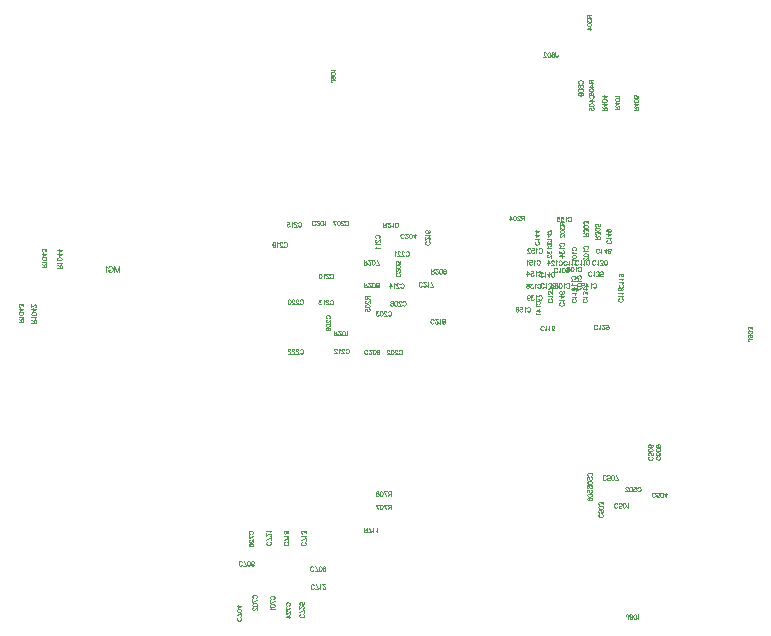
<source format=gbr>
%TF.GenerationSoftware,Altium Limited,Altium Designer,25.7.1 (20)*%
G04 Layer_Color=8366762*
%FSLAX45Y45*%
%MOMM*%
%TF.SameCoordinates,1AA72D45-9F13-4BD8-B423-63960E99F270*%
%TF.FilePolarity,Positive*%
%TF.FileFunction,Other,Bottom_Designator*%
%TF.Part,Single*%
G01*
G75*
%TA.AperFunction,NonConductor*%
%ADD96C,0.10160*%
%ADD106C,0.05080*%
D96*
X1473913Y3936989D02*
Y3886200D01*
Y3936989D02*
X1454565Y3886200D01*
X1435217Y3936989D02*
X1454565Y3886200D01*
X1435217Y3936989D02*
Y3886200D01*
X1384428Y3924896D02*
X1386846Y3929734D01*
X1391684Y3934570D01*
X1396520Y3936989D01*
X1406195D01*
X1411032Y3934570D01*
X1415869Y3929734D01*
X1418287Y3924896D01*
X1420706Y3917641D01*
Y3905548D01*
X1418287Y3898293D01*
X1415869Y3893456D01*
X1411032Y3888619D01*
X1406195Y3886200D01*
X1396520D01*
X1391684Y3888619D01*
X1386846Y3893456D01*
X1384428Y3898293D01*
Y3905548D01*
X1396520D02*
X1384428D01*
X1372819Y3927315D02*
X1367982Y3929734D01*
X1360726Y3936989D01*
Y3886200D01*
D106*
X6835644Y3321988D02*
X6806622D01*
X6801180Y3320174D01*
X6799366Y3318360D01*
X6797552Y3314733D01*
Y3311105D01*
X6799366Y3307477D01*
X6801180Y3305663D01*
X6806622Y3303849D01*
X6810249D01*
X6835644Y3340853D02*
X6833830Y3335411D01*
X6830202Y3333597D01*
X6826574D01*
X6822947Y3335411D01*
X6821133Y3339039D01*
X6819319Y3346294D01*
X6817505Y3351736D01*
X6813877Y3355364D01*
X6810249Y3357178D01*
X6804808D01*
X6801180Y3355364D01*
X6799366Y3353550D01*
X6797552Y3348108D01*
Y3340853D01*
X6799366Y3335411D01*
X6801180Y3333597D01*
X6804808Y3331783D01*
X6810249D01*
X6813877Y3333597D01*
X6817505Y3337225D01*
X6819319Y3342666D01*
X6821133Y3349922D01*
X6822947Y3353550D01*
X6826574Y3355364D01*
X6830202D01*
X6833830Y3353550D01*
X6835644Y3348108D01*
Y3340853D01*
Y3376586D02*
X6833830Y3371145D01*
X6828388Y3367517D01*
X6819319Y3365703D01*
X6813877D01*
X6804808Y3367517D01*
X6799366Y3371145D01*
X6797552Y3376586D01*
Y3380214D01*
X6799366Y3385656D01*
X6804808Y3389284D01*
X6813877Y3391098D01*
X6819319D01*
X6828388Y3389284D01*
X6833830Y3385656D01*
X6835644Y3380214D01*
Y3376586D01*
Y3403251D02*
Y3423203D01*
X6821133Y3412320D01*
Y3417762D01*
X6819319Y3421390D01*
X6817505Y3423203D01*
X6812063Y3425018D01*
X6808435D01*
X6802994Y3423203D01*
X6799366Y3419576D01*
X6797552Y3414134D01*
Y3408692D01*
X6799366Y3403251D01*
X6801180Y3401437D01*
X6804808Y3399623D01*
X5785442Y949863D02*
Y978885D01*
X5783628Y984327D01*
X5781814Y986141D01*
X5778187Y987955D01*
X5774559D01*
X5770931Y986141D01*
X5769117Y984327D01*
X5767303Y978885D01*
Y975258D01*
X5804307Y949863D02*
X5798865Y951677D01*
X5797051Y955305D01*
Y958933D01*
X5798865Y962560D01*
X5802493Y964374D01*
X5809748Y966188D01*
X5815190Y968002D01*
X5818818Y971630D01*
X5820632Y975258D01*
Y980699D01*
X5818818Y984327D01*
X5817004Y986141D01*
X5811562Y987955D01*
X5804307D01*
X5798865Y986141D01*
X5797051Y984327D01*
X5795237Y980699D01*
Y975258D01*
X5797051Y971630D01*
X5800679Y968002D01*
X5806120Y966188D01*
X5813376Y964374D01*
X5817004Y962560D01*
X5818818Y958933D01*
Y955305D01*
X5817004Y951677D01*
X5811562Y949863D01*
X5804307D01*
X5840040D02*
X5834599Y951677D01*
X5830971Y957118D01*
X5829157Y966188D01*
Y971630D01*
X5830971Y980699D01*
X5834599Y986141D01*
X5840040Y987955D01*
X5843668D01*
X5849110Y986141D01*
X5852738Y980699D01*
X5854552Y971630D01*
Y966188D01*
X5852738Y957118D01*
X5849110Y951677D01*
X5843668Y949863D01*
X5840040D01*
X5863077Y957118D02*
X5866705Y955305D01*
X5872146Y949863D01*
Y987955D01*
X3304587Y5511477D02*
X3275564D01*
X3270123Y5509663D01*
X3268309Y5507850D01*
X3266495Y5504222D01*
Y5500594D01*
X3268309Y5496966D01*
X3270123Y5495152D01*
X3275564Y5493338D01*
X3279192D01*
X3291890Y5544853D02*
X3286448Y5543039D01*
X3282820Y5539411D01*
X3281006Y5533969D01*
Y5532156D01*
X3282820Y5526714D01*
X3286448Y5523086D01*
X3291890Y5521272D01*
X3293703D01*
X3299145Y5523086D01*
X3302773Y5526714D01*
X3304587Y5532156D01*
Y5533969D01*
X3302773Y5539411D01*
X3299145Y5543039D01*
X3291890Y5544853D01*
X3282820D01*
X3273750Y5543039D01*
X3268309Y5539411D01*
X3266495Y5533969D01*
Y5530342D01*
X3268309Y5524900D01*
X3271937Y5523086D01*
X3304587Y5566075D02*
X3302773Y5560634D01*
X3297331Y5557006D01*
X3288262Y5555192D01*
X3282820D01*
X3273750Y5557006D01*
X3268309Y5560634D01*
X3266495Y5566075D01*
Y5569703D01*
X3268309Y5575145D01*
X3273750Y5578773D01*
X3282820Y5580587D01*
X3288262D01*
X3297331Y5578773D01*
X3302773Y5575145D01*
X3304587Y5569703D01*
Y5566075D01*
X3297331Y5589112D02*
X3299145Y5592740D01*
X3304587Y5598182D01*
X3266495D01*
X2762459Y1119150D02*
X2758831Y1120964D01*
X2755203Y1124592D01*
X2753389Y1128219D01*
Y1135475D01*
X2755203Y1139103D01*
X2758831Y1142731D01*
X2762459Y1144545D01*
X2767900Y1146358D01*
X2776970D01*
X2782412Y1144545D01*
X2786039Y1142731D01*
X2789667Y1139103D01*
X2791481Y1135475D01*
Y1128219D01*
X2789667Y1124592D01*
X2786039Y1120964D01*
X2782412Y1119150D01*
X2753389Y1083053D02*
X2791481Y1101192D01*
X2753389Y1108448D02*
Y1083053D01*
Y1063645D02*
X2755203Y1069086D01*
X2760645Y1072714D01*
X2769714Y1074528D01*
X2775156D01*
X2784226Y1072714D01*
X2789667Y1069086D01*
X2791481Y1063645D01*
Y1060017D01*
X2789667Y1054575D01*
X2784226Y1050947D01*
X2775156Y1049133D01*
X2769714D01*
X2760645Y1050947D01*
X2755203Y1054575D01*
X2753389Y1060017D01*
Y1063645D01*
X2760645Y1040608D02*
X2758831Y1036980D01*
X2753389Y1031538D01*
X2791481D01*
X2500878Y963318D02*
X2504506Y961504D01*
X2508134Y957876D01*
X2509948Y954248D01*
Y946993D01*
X2508134Y943365D01*
X2504506Y939737D01*
X2500878Y937923D01*
X2495436Y936109D01*
X2486367D01*
X2480925Y937923D01*
X2477298Y939737D01*
X2473670Y943365D01*
X2471856Y946993D01*
Y954248D01*
X2473670Y957876D01*
X2477298Y961504D01*
X2480925Y963318D01*
X2509948Y999415D02*
X2471856Y981275D01*
X2509948Y974020D02*
Y999415D01*
Y1018823D02*
X2508134Y1013382D01*
X2502692Y1009754D01*
X2493623Y1007940D01*
X2488181D01*
X2479111Y1009754D01*
X2473670Y1013382D01*
X2471856Y1018823D01*
Y1022451D01*
X2473670Y1027893D01*
X2479111Y1031520D01*
X2488181Y1033334D01*
X2493623D01*
X2502692Y1031520D01*
X2508134Y1027893D01*
X2509948Y1022451D01*
Y1018823D01*
Y1059999D02*
X2484553Y1041860D01*
Y1069068D01*
X2509948Y1059999D02*
X2471856D01*
X2514227Y1410442D02*
X2512413Y1406815D01*
X2508785Y1403187D01*
X2505157Y1401373D01*
X2497902D01*
X2494274Y1403187D01*
X2490646Y1406815D01*
X2488832Y1410442D01*
X2487018Y1415884D01*
Y1424953D01*
X2488832Y1430395D01*
X2490646Y1434023D01*
X2494274Y1437651D01*
X2497902Y1439465D01*
X2505157D01*
X2508785Y1437651D01*
X2512413Y1434023D01*
X2514227Y1430395D01*
X2550323Y1401373D02*
X2532184Y1439465D01*
X2524929Y1401373D02*
X2550323D01*
X2569732D02*
X2564290Y1403187D01*
X2560662Y1408628D01*
X2558849Y1417698D01*
Y1423140D01*
X2560662Y1432209D01*
X2564290Y1437651D01*
X2569732Y1439465D01*
X2573360D01*
X2578802Y1437651D01*
X2582429Y1432209D01*
X2584243Y1423140D01*
Y1417698D01*
X2582429Y1408628D01*
X2578802Y1403187D01*
X2573360Y1401373D01*
X2569732D01*
X2614535Y1406815D02*
X2612721Y1403187D01*
X2607280Y1401373D01*
X2603652D01*
X2598210Y1403187D01*
X2594582Y1408628D01*
X2592768Y1417698D01*
Y1426768D01*
X2594582Y1434023D01*
X2598210Y1437651D01*
X2603652Y1439465D01*
X2605466D01*
X2610907Y1437651D01*
X2614535Y1434023D01*
X2616349Y1428581D01*
Y1426768D01*
X2614535Y1421326D01*
X2610907Y1417698D01*
X2605466Y1415884D01*
X2603652D01*
X2598210Y1417698D01*
X2594582Y1421326D01*
X2592768Y1426768D01*
X2894615Y1062942D02*
X2890987Y1064756D01*
X2887359Y1068383D01*
X2885546Y1072011D01*
Y1079267D01*
X2887359Y1082895D01*
X2890987Y1086522D01*
X2894615Y1088336D01*
X2900057Y1090150D01*
X2909126D01*
X2914568Y1088336D01*
X2918196Y1086522D01*
X2921824Y1082895D01*
X2923638Y1079267D01*
Y1072011D01*
X2921824Y1068383D01*
X2918196Y1064756D01*
X2914568Y1062942D01*
X2885546Y1026845D02*
X2923638Y1044984D01*
X2885546Y1052240D02*
Y1026845D01*
X2894615Y1016506D02*
X2892801D01*
X2889174Y1014692D01*
X2887359Y1012878D01*
X2885546Y1009250D01*
Y1001995D01*
X2887359Y998367D01*
X2889174Y996553D01*
X2892801Y994739D01*
X2896429D01*
X2900057Y996553D01*
X2905499Y1000181D01*
X2923638Y1018320D01*
Y992925D01*
X2885546Y966261D02*
X2910940Y984400D01*
Y957191D01*
X2885546Y966261D02*
X2923638D01*
X3551279Y1684710D02*
Y1722802D01*
Y1684710D02*
X3567604D01*
X3573046Y1686524D01*
X3574860Y1688338D01*
X3576674Y1691965D01*
Y1695593D01*
X3574860Y1699221D01*
X3573046Y1701035D01*
X3567604Y1702849D01*
X3551279D01*
X3563976D02*
X3576674Y1722802D01*
X3610594Y1684710D02*
X3592455Y1722802D01*
X3585199Y1684710D02*
X3610594D01*
X3619119Y1691965D02*
X3622747Y1690152D01*
X3628189Y1684710D01*
Y1722802D01*
X3647053Y1691965D02*
X3650681Y1690152D01*
X3656122Y1684710D01*
Y1722802D01*
X3774772Y2029050D02*
Y1990958D01*
Y2029050D02*
X3758447D01*
X3753005Y2027236D01*
X3751191Y2025422D01*
X3749377Y2021794D01*
Y2018166D01*
X3751191Y2014538D01*
X3753005Y2012724D01*
X3758447Y2010911D01*
X3774772D01*
X3762075D02*
X3749377Y1990958D01*
X3715457Y2029050D02*
X3733596Y1990958D01*
X3740852Y2029050D02*
X3715457D01*
X3696048D02*
X3701490Y2027236D01*
X3705118Y2021794D01*
X3706932Y2012724D01*
Y2007283D01*
X3705118Y1998213D01*
X3701490Y1992771D01*
X3696048Y1990958D01*
X3692421D01*
X3686979Y1992771D01*
X3683351Y1998213D01*
X3681537Y2007283D01*
Y2012724D01*
X3683351Y2021794D01*
X3686979Y2027236D01*
X3692421Y2029050D01*
X3696048D01*
X3663942D02*
X3669384Y2027236D01*
X3671198Y2023608D01*
Y2019980D01*
X3669384Y2016352D01*
X3665756Y2014538D01*
X3658501Y2012724D01*
X3653059Y2010911D01*
X3649431Y2007283D01*
X3647617Y2003655D01*
Y1998213D01*
X3649431Y1994586D01*
X3651245Y1992771D01*
X3656687Y1990958D01*
X3663942D01*
X3669384Y1992771D01*
X3671198Y1994586D01*
X3673012Y1998213D01*
Y2003655D01*
X3671198Y2007283D01*
X3667570Y2010911D01*
X3662129Y2012724D01*
X3654873Y2014538D01*
X3651245Y2016352D01*
X3649431Y2019980D01*
Y2023608D01*
X3651245Y2027236D01*
X3656687Y2029050D01*
X3663942D01*
X3774797Y1918331D02*
Y1880239D01*
Y1918331D02*
X3758472D01*
X3753030Y1916517D01*
X3751217Y1914703D01*
X3749402Y1911075D01*
Y1907448D01*
X3751217Y1903820D01*
X3753030Y1902006D01*
X3758472Y1900192D01*
X3774797D01*
X3762100D02*
X3749402Y1880239D01*
X3715483Y1918331D02*
X3733622Y1880239D01*
X3740877Y1918331D02*
X3715483D01*
X3696074D02*
X3701516Y1916517D01*
X3705143Y1911075D01*
X3706957Y1902006D01*
Y1896564D01*
X3705143Y1887495D01*
X3701516Y1882053D01*
X3696074Y1880239D01*
X3692446D01*
X3687004Y1882053D01*
X3683377Y1887495D01*
X3681563Y1896564D01*
Y1902006D01*
X3683377Y1911075D01*
X3687004Y1916517D01*
X3692446Y1918331D01*
X3696074D01*
X3647643D02*
X3665782Y1880239D01*
X3673037Y1918331D02*
X3647643D01*
X5196060Y3975628D02*
X5197874Y3979255D01*
X5201501Y3982883D01*
X5205129Y3984697D01*
X5212385D01*
X5216013Y3982883D01*
X5219640Y3979255D01*
X5221454Y3975628D01*
X5223268Y3970186D01*
Y3961117D01*
X5221454Y3955675D01*
X5219640Y3952047D01*
X5216013Y3948419D01*
X5212385Y3946605D01*
X5205129D01*
X5201501Y3948419D01*
X5197874Y3952047D01*
X5196060Y3955675D01*
X5185358Y3977442D02*
X5181730Y3979255D01*
X5176288Y3984697D01*
Y3946605D01*
X5155610Y3975628D02*
Y3977442D01*
X5153796Y3981069D01*
X5151982Y3982883D01*
X5148354Y3984697D01*
X5141099D01*
X5137471Y3982883D01*
X5135657Y3981069D01*
X5133843Y3977442D01*
Y3973814D01*
X5135657Y3970186D01*
X5139285Y3964744D01*
X5157424Y3946605D01*
X5132029D01*
X5105365Y3984697D02*
X5123504Y3959302D01*
X5096295D01*
X5105365Y3984697D02*
Y3946605D01*
X5017868Y3779489D02*
X5019682Y3783117D01*
X5023310Y3786745D01*
X5026938Y3788558D01*
X5034193D01*
X5037821Y3786745D01*
X5041449Y3783117D01*
X5043263Y3779489D01*
X5045077Y3774047D01*
Y3764978D01*
X5043263Y3759536D01*
X5041449Y3755908D01*
X5037821Y3752280D01*
X5034193Y3750466D01*
X5026938D01*
X5023310Y3752280D01*
X5019682Y3755908D01*
X5017868Y3759536D01*
X5007166Y3781303D02*
X5003538Y3783117D01*
X4998097Y3788558D01*
Y3750466D01*
X4975604Y3788558D02*
X4955652D01*
X4966535Y3774047D01*
X4961093D01*
X4957466Y3772233D01*
X4955652Y3770419D01*
X4953838Y3764978D01*
Y3761350D01*
X4955652Y3755908D01*
X4959279Y3752280D01*
X4964721Y3750466D01*
X4970163D01*
X4975604Y3752280D01*
X4977419Y3754094D01*
X4979232Y3757722D01*
X4923546Y3783117D02*
X4925359Y3786745D01*
X4930801Y3788558D01*
X4934429D01*
X4939871Y3786745D01*
X4943499Y3781303D01*
X4945312Y3772233D01*
Y3763164D01*
X4943499Y3755908D01*
X4939871Y3752280D01*
X4934429Y3750466D01*
X4932615D01*
X4927174Y3752280D01*
X4923546Y3755908D01*
X4921732Y3761350D01*
Y3763164D01*
X4923546Y3768605D01*
X4927174Y3772233D01*
X4932615Y3774047D01*
X4934429D01*
X4939871Y3772233D01*
X4943499Y3768605D01*
X4945312Y3763164D01*
X3133394Y4292834D02*
X3131580Y4289207D01*
X3127952Y4285579D01*
X3124324Y4283765D01*
X3117068D01*
X3113441Y4285579D01*
X3109813Y4289207D01*
X3107999Y4292834D01*
X3106185Y4298276D01*
Y4307345D01*
X3107999Y4312787D01*
X3109813Y4316415D01*
X3113441Y4320043D01*
X3117068Y4321857D01*
X3124324D01*
X3127952Y4320043D01*
X3131580Y4316415D01*
X3133394Y4312787D01*
X3145909Y4292834D02*
Y4291020D01*
X3147723Y4287393D01*
X3149537Y4285579D01*
X3153165Y4283765D01*
X3160421D01*
X3164049Y4285579D01*
X3165862Y4287393D01*
X3167676Y4291020D01*
Y4294648D01*
X3165862Y4298276D01*
X3162234Y4303718D01*
X3144096Y4321857D01*
X3169490D01*
X3188899Y4283765D02*
X3183457Y4285579D01*
X3179829Y4291020D01*
X3178015Y4300090D01*
Y4305532D01*
X3179829Y4314601D01*
X3183457Y4320043D01*
X3188899Y4321857D01*
X3192527D01*
X3197968Y4320043D01*
X3201596Y4314601D01*
X3203410Y4305532D01*
Y4300090D01*
X3201596Y4291020D01*
X3197968Y4285579D01*
X3192527Y4283765D01*
X3188899D01*
X3211935Y4291020D02*
X3215563Y4289207D01*
X3221005Y4283765D01*
Y4321857D01*
X3844199Y3219292D02*
X3846013Y3222920D01*
X3849641Y3226548D01*
X3853268Y3228361D01*
X3860524D01*
X3864152Y3226548D01*
X3867779Y3222920D01*
X3869593Y3219292D01*
X3871407Y3213850D01*
Y3204781D01*
X3869593Y3199339D01*
X3867779Y3195711D01*
X3864152Y3192083D01*
X3860524Y3190269D01*
X3853268D01*
X3849641Y3192083D01*
X3846013Y3195711D01*
X3844199Y3199339D01*
X3831683Y3219292D02*
Y3221106D01*
X3829869Y3224733D01*
X3828055Y3226548D01*
X3824427Y3228361D01*
X3817172D01*
X3813544Y3226548D01*
X3811730Y3224733D01*
X3809916Y3221106D01*
Y3217478D01*
X3811730Y3213850D01*
X3815358Y3208408D01*
X3833497Y3190269D01*
X3808102D01*
X3788693Y3228361D02*
X3794135Y3226548D01*
X3797763Y3221106D01*
X3799577Y3212036D01*
Y3206595D01*
X3797763Y3197525D01*
X3794135Y3192083D01*
X3788693Y3190269D01*
X3785066D01*
X3779624Y3192083D01*
X3775996Y3197525D01*
X3774182Y3206595D01*
Y3212036D01*
X3775996Y3221106D01*
X3779624Y3226548D01*
X3785066Y3228361D01*
X3788693D01*
X3763843Y3219292D02*
Y3221106D01*
X3762029Y3224733D01*
X3760215Y3226548D01*
X3756587Y3228361D01*
X3749332D01*
X3745704Y3226548D01*
X3743890Y3224733D01*
X3742076Y3221106D01*
Y3217478D01*
X3743890Y3213850D01*
X3747518Y3208408D01*
X3765657Y3190269D01*
X3740262D01*
X3577090Y3201422D02*
X3575276Y3197794D01*
X3571648Y3194166D01*
X3568020Y3192352D01*
X3560765D01*
X3557137Y3194166D01*
X3553509Y3197794D01*
X3551695Y3201422D01*
X3549881Y3206864D01*
Y3215933D01*
X3551695Y3221375D01*
X3553509Y3225002D01*
X3557137Y3228630D01*
X3560765Y3230444D01*
X3568020D01*
X3571648Y3228630D01*
X3575276Y3225002D01*
X3577090Y3221375D01*
X3589605Y3201422D02*
Y3199608D01*
X3591420Y3195980D01*
X3593233Y3194166D01*
X3596861Y3192352D01*
X3604117D01*
X3607745Y3194166D01*
X3609558Y3195980D01*
X3611372Y3199608D01*
Y3203236D01*
X3609558Y3206864D01*
X3605931Y3212305D01*
X3587792Y3230444D01*
X3613186D01*
X3632595Y3192352D02*
X3627153Y3194166D01*
X3623525Y3199608D01*
X3621712Y3208677D01*
Y3214119D01*
X3623525Y3223189D01*
X3627153Y3228630D01*
X3632595Y3230444D01*
X3636223D01*
X3641665Y3228630D01*
X3645292Y3223189D01*
X3647106Y3214119D01*
Y3208677D01*
X3645292Y3199608D01*
X3641665Y3194166D01*
X3636223Y3192352D01*
X3632595D01*
X3677398Y3197794D02*
X3675584Y3194166D01*
X3670143Y3192352D01*
X3666515D01*
X3661073Y3194166D01*
X3657445Y3199608D01*
X3655631Y3208677D01*
Y3217747D01*
X3657445Y3225002D01*
X3661073Y3228630D01*
X3666515Y3230444D01*
X3668329D01*
X3673770Y3228630D01*
X3677398Y3225002D01*
X3679212Y3219561D01*
Y3217747D01*
X3677398Y3212305D01*
X3673770Y3208677D01*
X3668329Y3206864D01*
X3666515D01*
X3661073Y3208677D01*
X3657445Y3212305D01*
X3655631Y3217747D01*
X2990839Y4301103D02*
X2992653Y4304731D01*
X2996281Y4308359D01*
X2999909Y4310173D01*
X3007164D01*
X3010792Y4308359D01*
X3014420Y4304731D01*
X3016234Y4301103D01*
X3018048Y4295661D01*
Y4286592D01*
X3016234Y4281150D01*
X3014420Y4277523D01*
X3010792Y4273895D01*
X3007164Y4272081D01*
X2999909D01*
X2996281Y4273895D01*
X2992653Y4277523D01*
X2990839Y4281150D01*
X2978323Y4301103D02*
Y4302917D01*
X2976509Y4306545D01*
X2974696Y4308359D01*
X2971068Y4310173D01*
X2963812D01*
X2960184Y4308359D01*
X2958371Y4306545D01*
X2956557Y4302917D01*
Y4299289D01*
X2958371Y4295661D01*
X2961998Y4290220D01*
X2980137Y4272081D01*
X2954743D01*
X2946217Y4302917D02*
X2942589Y4304731D01*
X2937148Y4310173D01*
Y4272081D01*
X2896517Y4310173D02*
X2914656D01*
X2916470Y4293848D01*
X2914656Y4295661D01*
X2909214Y4297476D01*
X2903772D01*
X2898330Y4295661D01*
X2894703Y4292034D01*
X2892889Y4286592D01*
Y4282964D01*
X2894703Y4277523D01*
X2898330Y4273895D01*
X2903772Y4272081D01*
X2909214D01*
X2914656Y4273895D01*
X2916470Y4275709D01*
X2918283Y4279336D01*
X6012050Y1990528D02*
X6010236Y1986900D01*
X6006608Y1983272D01*
X6002980Y1981458D01*
X5995725D01*
X5992097Y1983272D01*
X5988469Y1986900D01*
X5986655Y1990528D01*
X5984841Y1995969D01*
Y2005039D01*
X5986655Y2010480D01*
X5988469Y2014108D01*
X5992097Y2017736D01*
X5995725Y2019550D01*
X6002980D01*
X6006608Y2017736D01*
X6010236Y2014108D01*
X6012050Y2010480D01*
X6044519Y1981458D02*
X6026380D01*
X6024566Y1997783D01*
X6026380Y1995969D01*
X6031822Y1994155D01*
X6037263D01*
X6042705Y1995969D01*
X6046333Y1999597D01*
X6048147Y2005039D01*
Y2008667D01*
X6046333Y2014108D01*
X6042705Y2017736D01*
X6037263Y2019550D01*
X6031822D01*
X6026380Y2017736D01*
X6024566Y2015922D01*
X6022752Y2012294D01*
X6067555Y1981458D02*
X6062114Y1983272D01*
X6058486Y1988714D01*
X6056672Y1997783D01*
Y2003225D01*
X6058486Y2012294D01*
X6062114Y2017736D01*
X6067555Y2019550D01*
X6071183D01*
X6076625Y2017736D01*
X6080253Y2012294D01*
X6082067Y2003225D01*
Y1997783D01*
X6080253Y1988714D01*
X6076625Y1983272D01*
X6071183Y1981458D01*
X6067555D01*
X6108731D02*
X6090592Y2006853D01*
X6117800D01*
X6108731Y1981458D02*
Y2019550D01*
X3546143Y3949475D02*
Y3987567D01*
Y3949475D02*
X3562468D01*
X3567910Y3951289D01*
X3569724Y3953103D01*
X3571538Y3956731D01*
Y3960359D01*
X3569724Y3963987D01*
X3567910Y3965801D01*
X3562468Y3967614D01*
X3546143D01*
X3558840D02*
X3571538Y3987567D01*
X3581877Y3958545D02*
Y3956731D01*
X3583691Y3953103D01*
X3585505Y3951289D01*
X3589133Y3949475D01*
X3596388D01*
X3600016Y3951289D01*
X3601830Y3953103D01*
X3603644Y3956731D01*
Y3960359D01*
X3601830Y3963987D01*
X3598202Y3969428D01*
X3580063Y3987567D01*
X3605458D01*
X3624867Y3949475D02*
X3619425Y3951289D01*
X3615797Y3956731D01*
X3613983Y3965801D01*
Y3971242D01*
X3615797Y3980312D01*
X3619425Y3985754D01*
X3624867Y3987567D01*
X3628494D01*
X3633936Y3985754D01*
X3637564Y3980312D01*
X3639378Y3971242D01*
Y3965801D01*
X3637564Y3956731D01*
X3633936Y3951289D01*
X3628494Y3949475D01*
X3624867D01*
X3673298D02*
X3655159Y3987567D01*
X3647903Y3949475D02*
X3673298D01*
X3558696Y3680740D02*
X3596788D01*
X3558696D02*
Y3664415D01*
X3560510Y3658974D01*
X3562324Y3657160D01*
X3565952Y3655346D01*
X3569580D01*
X3573208Y3657160D01*
X3575022Y3658974D01*
X3576835Y3664415D01*
Y3680740D01*
Y3668043D02*
X3596788Y3655346D01*
X3567766Y3645007D02*
X3565952D01*
X3562324Y3643193D01*
X3560510Y3641379D01*
X3558696Y3637751D01*
Y3630495D01*
X3560510Y3626868D01*
X3562324Y3625054D01*
X3565952Y3623240D01*
X3569580D01*
X3573208Y3625054D01*
X3578649Y3628682D01*
X3596788Y3646820D01*
Y3621426D01*
X3558696Y3602017D02*
X3560510Y3607459D01*
X3565952Y3611087D01*
X3575022Y3612901D01*
X3580463D01*
X3589533Y3611087D01*
X3594975Y3607459D01*
X3596788Y3602017D01*
Y3598389D01*
X3594975Y3592948D01*
X3589533Y3589320D01*
X3580463Y3587506D01*
X3575022D01*
X3565952Y3589320D01*
X3560510Y3592948D01*
X3558696Y3598389D01*
Y3602017D01*
Y3557214D02*
Y3575353D01*
X3575022Y3577167D01*
X3573208Y3575353D01*
X3571394Y3569911D01*
Y3564469D01*
X3573208Y3559028D01*
X3576835Y3555400D01*
X3582277Y3553586D01*
X3585905D01*
X3591347Y3555400D01*
X3594975Y3559028D01*
X3596788Y3564469D01*
Y3569911D01*
X3594975Y3575353D01*
X3593160Y3577167D01*
X3589533Y3578981D01*
X3547235Y3756969D02*
Y3795061D01*
Y3756969D02*
X3563561D01*
X3569002Y3758783D01*
X3570816Y3760597D01*
X3572630Y3764224D01*
Y3767852D01*
X3570816Y3771480D01*
X3569002Y3773294D01*
X3563561Y3775108D01*
X3547235D01*
X3559933D02*
X3572630Y3795061D01*
X3582969Y3766038D02*
Y3764224D01*
X3584783Y3760597D01*
X3586597Y3758783D01*
X3590225Y3756969D01*
X3597480D01*
X3601108Y3758783D01*
X3602922Y3760597D01*
X3604736Y3764224D01*
Y3767852D01*
X3602922Y3771480D01*
X3599294Y3776922D01*
X3581155Y3795061D01*
X3606550D01*
X3625959Y3756969D02*
X3620517Y3758783D01*
X3616889Y3764224D01*
X3615075Y3773294D01*
Y3778736D01*
X3616889Y3787805D01*
X3620517Y3793247D01*
X3625959Y3795061D01*
X3629587D01*
X3635028Y3793247D01*
X3638656Y3787805D01*
X3640470Y3778736D01*
Y3773294D01*
X3638656Y3764224D01*
X3635028Y3758783D01*
X3629587Y3756969D01*
X3625959D01*
X3658065D02*
X3652623Y3758783D01*
X3650809Y3762411D01*
Y3766038D01*
X3652623Y3769666D01*
X3656251Y3771480D01*
X3663507Y3773294D01*
X3668948Y3775108D01*
X3672576Y3778736D01*
X3674390Y3782364D01*
Y3787805D01*
X3672576Y3791433D01*
X3670762Y3793247D01*
X3665320Y3795061D01*
X3658065D01*
X3652623Y3793247D01*
X3650809Y3791433D01*
X3648995Y3787805D01*
Y3782364D01*
X3650809Y3778736D01*
X3654437Y3775108D01*
X3659879Y3773294D01*
X3667134Y3771480D01*
X3670762Y3769666D01*
X3672576Y3766038D01*
Y3762411D01*
X3670762Y3758783D01*
X3665320Y3756969D01*
X3658065D01*
X3389894Y4311187D02*
X3391708Y4314815D01*
X3395336Y4318443D01*
X3398964Y4320257D01*
X3406220D01*
X3409847Y4318443D01*
X3413475Y4314815D01*
X3415289Y4311187D01*
X3417103Y4305745D01*
Y4296676D01*
X3415289Y4291234D01*
X3413475Y4287606D01*
X3409847Y4283978D01*
X3406220Y4282165D01*
X3398964D01*
X3395336Y4283978D01*
X3391708Y4287606D01*
X3389894Y4291234D01*
X3377379Y4311187D02*
Y4313001D01*
X3375564Y4316629D01*
X3373751Y4318443D01*
X3370123Y4320257D01*
X3362867D01*
X3359239Y4318443D01*
X3357426Y4316629D01*
X3355612Y4313001D01*
Y4309373D01*
X3357426Y4305745D01*
X3361053Y4300304D01*
X3379192Y4282165D01*
X3353798D01*
X3334389Y4320257D02*
X3339831Y4318443D01*
X3343459Y4313001D01*
X3345272Y4303931D01*
Y4298490D01*
X3343459Y4289420D01*
X3339831Y4283978D01*
X3334389Y4282165D01*
X3330761D01*
X3325319Y4283978D01*
X3321692Y4289420D01*
X3319878Y4298490D01*
Y4303931D01*
X3321692Y4313001D01*
X3325319Y4318443D01*
X3330761Y4320257D01*
X3334389D01*
X3285958D02*
X3304097Y4282165D01*
X3311353Y4320257D02*
X3285958D01*
X5010308Y3979387D02*
X5012122Y3983015D01*
X5015750Y3986643D01*
X5019378Y3988456D01*
X5026633D01*
X5030261Y3986643D01*
X5033889Y3983015D01*
X5035703Y3979387D01*
X5037516Y3973945D01*
Y3964876D01*
X5035703Y3959434D01*
X5033889Y3955806D01*
X5030261Y3952178D01*
X5026633Y3950364D01*
X5019378D01*
X5015750Y3952178D01*
X5012122Y3955806D01*
X5010308Y3959434D01*
X4999606Y3981201D02*
X4995978Y3983015D01*
X4990536Y3988456D01*
Y3950364D01*
X4949905Y3988456D02*
X4968044D01*
X4969858Y3972131D01*
X4968044Y3973945D01*
X4962602Y3975759D01*
X4957161D01*
X4951719Y3973945D01*
X4948091Y3970317D01*
X4946277Y3964876D01*
Y3961248D01*
X4948091Y3955806D01*
X4951719Y3952178D01*
X4957161Y3950364D01*
X4962602D01*
X4968044Y3952178D01*
X4969858Y3953992D01*
X4971672Y3957620D01*
X4937752Y3981201D02*
X4934124Y3983015D01*
X4928683Y3988456D01*
Y3950364D01*
X5261295Y3782562D02*
X5263108Y3786190D01*
X5266736Y3789818D01*
X5270364Y3791632D01*
X5277620D01*
X5281248Y3789818D01*
X5284875Y3786190D01*
X5286689Y3782562D01*
X5288503Y3777120D01*
Y3768051D01*
X5286689Y3762609D01*
X5284875Y3758982D01*
X5281248Y3755354D01*
X5277620Y3753540D01*
X5270364D01*
X5266736Y3755354D01*
X5263108Y3758982D01*
X5261295Y3762609D01*
X5250592Y3784376D02*
X5246965Y3786190D01*
X5241523Y3791632D01*
Y3753540D01*
X5211775Y3791632D02*
X5217217Y3789818D01*
X5220845Y3784376D01*
X5222659Y3775307D01*
Y3769865D01*
X5220845Y3760795D01*
X5217217Y3755354D01*
X5211775Y3753540D01*
X5208147D01*
X5202706Y3755354D01*
X5199078Y3760795D01*
X5197264Y3769865D01*
Y3775307D01*
X5199078Y3784376D01*
X5202706Y3789818D01*
X5208147Y3791632D01*
X5211775D01*
X5179669D02*
X5185111Y3789818D01*
X5186925Y3786190D01*
Y3782562D01*
X5185111Y3778935D01*
X5181483Y3777120D01*
X5174227Y3775307D01*
X5168786Y3773493D01*
X5165158Y3769865D01*
X5163344Y3766237D01*
Y3760795D01*
X5165158Y3757168D01*
X5166972Y3755354D01*
X5172414Y3753540D01*
X5179669D01*
X5185111Y3755354D01*
X5186925Y3757168D01*
X5188739Y3760795D01*
Y3766237D01*
X5186925Y3769865D01*
X5183297Y3773493D01*
X5177855Y3775307D01*
X5170600Y3777120D01*
X5166972Y3778935D01*
X5165158Y3782562D01*
Y3786190D01*
X5166972Y3789818D01*
X5172414Y3791632D01*
X5179669D01*
X5464663Y5359562D02*
X5461035Y5361376D01*
X5457407Y5365004D01*
X5455594Y5368632D01*
Y5375887D01*
X5457407Y5379515D01*
X5461035Y5383143D01*
X5464663Y5384957D01*
X5470105Y5386771D01*
X5479174D01*
X5484616Y5384957D01*
X5488244Y5383143D01*
X5491872Y5379515D01*
X5493685Y5375887D01*
Y5368632D01*
X5491872Y5365004D01*
X5488244Y5361376D01*
X5484616Y5359562D01*
X5455594Y5330721D02*
X5480988Y5348860D01*
Y5321652D01*
X5455594Y5330721D02*
X5493685D01*
X5455594Y5304057D02*
X5457407Y5309498D01*
X5462849Y5313126D01*
X5471919Y5314940D01*
X5477360D01*
X5486430Y5313126D01*
X5491872Y5309498D01*
X5493685Y5304057D01*
Y5300429D01*
X5491872Y5294987D01*
X5486430Y5291359D01*
X5477360Y5289545D01*
X5471919D01*
X5462849Y5291359D01*
X5457407Y5294987D01*
X5455594Y5300429D01*
Y5304057D01*
Y5259253D02*
Y5277392D01*
X5471919Y5279206D01*
X5470105Y5277392D01*
X5468291Y5271951D01*
Y5266509D01*
X5470105Y5261067D01*
X5473733Y5257440D01*
X5479174Y5255626D01*
X5482802D01*
X5488244Y5257440D01*
X5491872Y5261067D01*
X5493685Y5266509D01*
Y5271951D01*
X5491872Y5277392D01*
X5490058Y5279206D01*
X5486430Y5281020D01*
X3713855Y4267102D02*
Y4305194D01*
Y4267102D02*
X3730181D01*
X3735622Y4268916D01*
X3737436Y4270730D01*
X3739250Y4274358D01*
Y4277986D01*
X3737436Y4281614D01*
X3735622Y4283428D01*
X3730181Y4285241D01*
X3713855D01*
X3726553D02*
X3739250Y4305194D01*
X3749589Y4276172D02*
Y4274358D01*
X3751403Y4270730D01*
X3753217Y4268916D01*
X3756845Y4267102D01*
X3764100D01*
X3767728Y4268916D01*
X3769542Y4270730D01*
X3771356Y4274358D01*
Y4277986D01*
X3769542Y4281614D01*
X3765914Y4287055D01*
X3747775Y4305194D01*
X3773170D01*
X3781695Y4274358D02*
X3785323Y4272544D01*
X3790765Y4267102D01*
Y4305194D01*
X3820513Y4267102D02*
X3815071Y4268916D01*
X3811443Y4274358D01*
X3809629Y4283428D01*
Y4288869D01*
X3811443Y4297939D01*
X3815071Y4303381D01*
X3820513Y4305194D01*
X3824140D01*
X3829582Y4303381D01*
X3833210Y4297939D01*
X3835024Y4288869D01*
Y4283428D01*
X3833210Y4274358D01*
X3829582Y4268916D01*
X3824140Y4267102D01*
X3820513D01*
X4904632Y4362979D02*
Y4324887D01*
Y4362979D02*
X4888307D01*
X4882866Y4361166D01*
X4881052Y4359351D01*
X4879238Y4355724D01*
Y4352096D01*
X4881052Y4348468D01*
X4882866Y4346654D01*
X4888307Y4344840D01*
X4904632D01*
X4891935D02*
X4879238Y4324887D01*
X4868899Y4353910D02*
Y4355724D01*
X4867084Y4359351D01*
X4865271Y4361166D01*
X4861643Y4362979D01*
X4854387D01*
X4850759Y4361166D01*
X4848946Y4359351D01*
X4847132Y4355724D01*
Y4352096D01*
X4848946Y4348468D01*
X4852573Y4343026D01*
X4870712Y4324887D01*
X4845318D01*
X4825909Y4362979D02*
X4831351Y4361166D01*
X4834979Y4355724D01*
X4836792Y4346654D01*
Y4341213D01*
X4834979Y4332143D01*
X4831351Y4326701D01*
X4825909Y4324887D01*
X4822281D01*
X4816839Y4326701D01*
X4813212Y4332143D01*
X4811398Y4341213D01*
Y4346654D01*
X4813212Y4355724D01*
X4816839Y4361166D01*
X4822281Y4362979D01*
X4825909D01*
X4784734D02*
X4802873Y4337585D01*
X4775664D01*
X4784734Y4362979D02*
Y4324887D01*
X5603338Y5256994D02*
X5565246D01*
X5603338D02*
Y5273319D01*
X5601524Y5278761D01*
X5599710Y5280574D01*
X5596082Y5282388D01*
X5592454D01*
X5588826Y5280574D01*
X5587012Y5278761D01*
X5585199Y5273319D01*
Y5256994D01*
Y5269691D02*
X5565246Y5282388D01*
X5603338Y5309053D02*
X5577943Y5290914D01*
Y5318122D01*
X5603338Y5309053D02*
X5565246D01*
X5603338Y5335717D02*
X5601524Y5330275D01*
X5596082Y5326647D01*
X5587012Y5324834D01*
X5581571D01*
X5572501Y5326647D01*
X5567059Y5330275D01*
X5565246Y5335717D01*
Y5339345D01*
X5567059Y5344787D01*
X5572501Y5348414D01*
X5581571Y5350228D01*
X5587012D01*
X5596082Y5348414D01*
X5601524Y5344787D01*
X5603338Y5339345D01*
Y5335717D01*
Y5376892D02*
X5577943Y5358754D01*
Y5385962D01*
X5603338Y5376892D02*
X5565246D01*
X3294337Y3349578D02*
Y3387670D01*
Y3349578D02*
X3310662D01*
X3316104Y3351392D01*
X3317917Y3353206D01*
X3319731Y3356834D01*
Y3360462D01*
X3317917Y3364090D01*
X3316104Y3365903D01*
X3310662Y3367717D01*
X3294337D01*
X3307034D02*
X3319731Y3387670D01*
X3330071Y3358648D02*
Y3356834D01*
X3331885Y3353206D01*
X3333698Y3351392D01*
X3337326Y3349578D01*
X3344582D01*
X3348210Y3351392D01*
X3350024Y3353206D01*
X3351837Y3356834D01*
Y3360462D01*
X3350024Y3364090D01*
X3346396Y3369531D01*
X3328257Y3387670D01*
X3353651D01*
X3373060Y3349578D02*
X3367618Y3351392D01*
X3363990Y3356834D01*
X3362177Y3365903D01*
Y3371345D01*
X3363990Y3380415D01*
X3367618Y3385856D01*
X3373060Y3387670D01*
X3376688D01*
X3382130Y3385856D01*
X3385757Y3380415D01*
X3387571Y3371345D01*
Y3365903D01*
X3385757Y3356834D01*
X3382130Y3351392D01*
X3376688Y3349578D01*
X3373060D01*
X3396097Y3356834D02*
X3399724Y3355020D01*
X3405166Y3349578D01*
Y3387670D01*
X5870520Y5257113D02*
X5832428D01*
X5870520D02*
Y5273438D01*
X5868706Y5278880D01*
X5866892Y5280694D01*
X5863265Y5282508D01*
X5859637D01*
X5856009Y5280694D01*
X5854195Y5278880D01*
X5852381Y5273438D01*
Y5257113D01*
Y5269810D02*
X5832428Y5282508D01*
X5870520Y5309172D02*
X5845125Y5291033D01*
Y5318242D01*
X5870520Y5309172D02*
X5832428D01*
X5870520Y5335836D02*
X5868706Y5330395D01*
X5863265Y5326767D01*
X5854195Y5324953D01*
X5848753D01*
X5839684Y5326767D01*
X5834242Y5330395D01*
X5832428Y5335836D01*
Y5339464D01*
X5834242Y5344906D01*
X5839684Y5348534D01*
X5848753Y5350348D01*
X5854195D01*
X5863265Y5348534D01*
X5868706Y5344906D01*
X5870520Y5339464D01*
Y5335836D01*
Y5380640D02*
Y5362501D01*
X5854195Y5360687D01*
X5856009Y5362501D01*
X5857823Y5367943D01*
Y5373384D01*
X5856009Y5378826D01*
X5852381Y5382454D01*
X5846940Y5384268D01*
X5843312D01*
X5837870Y5382454D01*
X5834242Y5378826D01*
X5832428Y5373384D01*
Y5367943D01*
X5834242Y5362501D01*
X5836056Y5360687D01*
X5839684Y5358873D01*
X5711846Y5266876D02*
X5673754D01*
X5711846D02*
Y5283201D01*
X5710033Y5288643D01*
X5708218Y5290457D01*
X5704591Y5292271D01*
X5700963D01*
X5697335Y5290457D01*
X5695521Y5288643D01*
X5693707Y5283201D01*
Y5266876D01*
Y5279573D02*
X5673754Y5292271D01*
X5711846Y5318935D02*
X5686452Y5300796D01*
Y5328004D01*
X5711846Y5318935D02*
X5673754D01*
X5711846Y5345599D02*
X5710033Y5340157D01*
X5704591Y5336530D01*
X5695521Y5334716D01*
X5690080D01*
X5681010Y5336530D01*
X5675568Y5340157D01*
X5673754Y5345599D01*
Y5349227D01*
X5675568Y5354669D01*
X5681010Y5358296D01*
X5690080Y5360110D01*
X5695521D01*
X5704591Y5358296D01*
X5710033Y5354669D01*
X5711846Y5349227D01*
Y5345599D01*
X5704591Y5368636D02*
X5706405Y5372264D01*
X5711846Y5377705D01*
X5673754D01*
X771140Y3459076D02*
X733048D01*
X771140D02*
Y3475401D01*
X769326Y3480842D01*
X767512Y3482656D01*
X763884Y3484470D01*
X760257D01*
X756629Y3482656D01*
X754815Y3480842D01*
X753001Y3475401D01*
Y3459076D01*
Y3471773D02*
X733048Y3484470D01*
X763884Y3492996D02*
X765698Y3496623D01*
X771140Y3502065D01*
X733048D01*
X771140Y3531813D02*
X769326Y3526371D01*
X763884Y3522743D01*
X754815Y3520929D01*
X749373D01*
X740304Y3522743D01*
X734862Y3526371D01*
X733048Y3531813D01*
Y3535441D01*
X734862Y3540882D01*
X740304Y3544510D01*
X749373Y3546324D01*
X754815D01*
X763884Y3544510D01*
X769326Y3540882D01*
X771140Y3535441D01*
Y3531813D01*
Y3572988D02*
X745745Y3554849D01*
Y3582058D01*
X771140Y3572988D02*
X733048D01*
X762070Y3590583D02*
X763884D01*
X767512Y3592397D01*
X769326Y3594211D01*
X771140Y3597839D01*
Y3605094D01*
X769326Y3608722D01*
X767512Y3610536D01*
X763884Y3612350D01*
X760257D01*
X756629Y3610536D01*
X751187Y3606908D01*
X733048Y3588769D01*
Y3614164D01*
X663241Y3462809D02*
X625149D01*
X663241D02*
Y3479135D01*
X661427Y3484576D01*
X659613Y3486390D01*
X655985Y3488204D01*
X652357D01*
X648729Y3486390D01*
X646916Y3484576D01*
X645102Y3479135D01*
Y3462809D01*
Y3475507D02*
X625149Y3488204D01*
X655985Y3496729D02*
X657799Y3500357D01*
X663241Y3505799D01*
X625149D01*
X663241Y3535547D02*
X661427Y3530105D01*
X655985Y3526477D01*
X646916Y3524663D01*
X641474D01*
X632404Y3526477D01*
X626963Y3530105D01*
X625149Y3535547D01*
Y3539175D01*
X626963Y3544616D01*
X632404Y3548244D01*
X641474Y3550058D01*
X646916D01*
X655985Y3548244D01*
X661427Y3544616D01*
X663241Y3539175D01*
Y3535547D01*
Y3576722D02*
X637846Y3558583D01*
Y3585792D01*
X663241Y3576722D02*
X625149D01*
X663241Y3596131D02*
Y3616084D01*
X648729Y3605200D01*
Y3610642D01*
X646916Y3614270D01*
X645102Y3616084D01*
X639660Y3617898D01*
X636032D01*
X630591Y3616084D01*
X626963Y3612456D01*
X625149Y3607014D01*
Y3601573D01*
X626963Y3596131D01*
X628777Y3594317D01*
X632404Y3592503D01*
X989326Y3923979D02*
X951234D01*
X989326D02*
Y3940305D01*
X987512Y3945746D01*
X985698Y3947560D01*
X982070Y3949374D01*
X978443D01*
X974815Y3947560D01*
X973001Y3945746D01*
X971187Y3940305D01*
Y3923979D01*
Y3936677D02*
X951234Y3949374D01*
X982070Y3957899D02*
X983884Y3961527D01*
X989326Y3966969D01*
X951234D01*
X989326Y3996717D02*
X987512Y3991275D01*
X982070Y3987647D01*
X973001Y3985833D01*
X967559D01*
X958490Y3987647D01*
X953048Y3991275D01*
X951234Y3996717D01*
Y4000345D01*
X953048Y4005786D01*
X958490Y4009414D01*
X967559Y4011228D01*
X973001D01*
X982070Y4009414D01*
X987512Y4005786D01*
X989326Y4000345D01*
Y3996717D01*
Y4037892D02*
X963931Y4019753D01*
Y4046962D01*
X989326Y4037892D02*
X951234D01*
X989326Y4071812D02*
X963931Y4053673D01*
Y4080882D01*
X989326Y4071812D02*
X951234D01*
X860624Y3929179D02*
X822532D01*
X860624D02*
Y3945504D01*
X858810Y3950946D01*
X856996Y3952759D01*
X853369Y3954573D01*
X849741D01*
X846113Y3952759D01*
X844299Y3950946D01*
X842485Y3945504D01*
Y3929179D01*
Y3941876D02*
X822532Y3954573D01*
X853369Y3963099D02*
X855182Y3966727D01*
X860624Y3972168D01*
X822532D01*
X860624Y4001916D02*
X858810Y3996474D01*
X853369Y3992846D01*
X844299Y3991033D01*
X838857D01*
X829788Y3992846D01*
X824346Y3996474D01*
X822532Y4001916D01*
Y4005544D01*
X824346Y4010986D01*
X829788Y4014613D01*
X838857Y4016427D01*
X844299D01*
X853369Y4014613D01*
X858810Y4010986D01*
X860624Y4005544D01*
Y4001916D01*
Y4043091D02*
X835229Y4024953D01*
Y4052161D01*
X860624Y4043091D02*
X822532D01*
X860624Y4080639D02*
Y4062500D01*
X844299Y4060686D01*
X846113Y4062500D01*
X847927Y4067942D01*
Y4073384D01*
X846113Y4078825D01*
X842485Y4082453D01*
X837044Y4084267D01*
X833416D01*
X827974Y4082453D01*
X824346Y4078825D01*
X822532Y4073384D01*
Y4067942D01*
X824346Y4062500D01*
X826160Y4060686D01*
X829788Y4058873D01*
X3119586Y1365358D02*
X3117772Y1361730D01*
X3114144Y1358102D01*
X3110516Y1356288D01*
X3103261D01*
X3099633Y1358102D01*
X3096005Y1361730D01*
X3094191Y1365358D01*
X3092377Y1370800D01*
Y1379869D01*
X3094191Y1385311D01*
X3096005Y1388939D01*
X3099633Y1392566D01*
X3103261Y1394380D01*
X3110516D01*
X3114144Y1392566D01*
X3117772Y1388939D01*
X3119586Y1385311D01*
X3155683Y1356288D02*
X3137543Y1394380D01*
X3130288Y1356288D02*
X3155683D01*
X3175091D02*
X3169649Y1358102D01*
X3166022Y1363544D01*
X3164208Y1372613D01*
Y1378055D01*
X3166022Y1387125D01*
X3169649Y1392566D01*
X3175091Y1394380D01*
X3178719D01*
X3184161Y1392566D01*
X3187788Y1387125D01*
X3189602Y1378055D01*
Y1372613D01*
X3187788Y1363544D01*
X3184161Y1358102D01*
X3178719Y1356288D01*
X3175091D01*
X3221708Y1368986D02*
X3219895Y1374427D01*
X3216267Y1378055D01*
X3210825Y1379869D01*
X3209011D01*
X3203569Y1378055D01*
X3199942Y1374427D01*
X3198128Y1368986D01*
Y1367172D01*
X3199942Y1361730D01*
X3203569Y1358102D01*
X3209011Y1356288D01*
X3210825D01*
X3216267Y1358102D01*
X3219895Y1361730D01*
X3221708Y1368986D01*
Y1378055D01*
X3219895Y1387125D01*
X3216267Y1392566D01*
X3210825Y1394380D01*
X3207197D01*
X3201756Y1392566D01*
X3199942Y1388939D01*
X3123704Y1213872D02*
X3121890Y1210244D01*
X3118262Y1206617D01*
X3114634Y1204803D01*
X3107379D01*
X3103751Y1206617D01*
X3100123Y1210244D01*
X3098309Y1213872D01*
X3096495Y1219314D01*
Y1228383D01*
X3098309Y1233825D01*
X3100123Y1237453D01*
X3103751Y1241081D01*
X3107379Y1242895D01*
X3114634D01*
X3118262Y1241081D01*
X3121890Y1237453D01*
X3123704Y1233825D01*
X3159800Y1204803D02*
X3141661Y1242895D01*
X3134406Y1204803D02*
X3159800D01*
X3168326Y1212058D02*
X3171954Y1210244D01*
X3177395Y1204803D01*
Y1242895D01*
X3198073Y1213872D02*
Y1212058D01*
X3199887Y1208431D01*
X3201701Y1206617D01*
X3205329Y1204803D01*
X3212585D01*
X3216213Y1206617D01*
X3218026Y1208431D01*
X3219840Y1212058D01*
Y1215686D01*
X3218026Y1219314D01*
X3214398Y1224756D01*
X3196260Y1242895D01*
X3221654D01*
X3046242Y1599831D02*
X3049869Y1598017D01*
X3053497Y1594389D01*
X3055311Y1590761D01*
Y1583506D01*
X3053497Y1579878D01*
X3049869Y1576250D01*
X3046242Y1574436D01*
X3040800Y1572622D01*
X3031731D01*
X3026289Y1574436D01*
X3022661Y1576250D01*
X3019033Y1579878D01*
X3017219Y1583506D01*
Y1590761D01*
X3019033Y1594389D01*
X3022661Y1598017D01*
X3026289Y1599831D01*
X3055311Y1635927D02*
X3017219Y1617788D01*
X3055311Y1610533D02*
Y1635927D01*
X3048056Y1644453D02*
X3049869Y1648081D01*
X3055311Y1653522D01*
X3017219D01*
X3055311Y1676014D02*
Y1695967D01*
X3040800Y1685084D01*
Y1690525D01*
X3038986Y1694153D01*
X3037172Y1695967D01*
X3031731Y1697781D01*
X3028103D01*
X3022661Y1695967D01*
X3019033Y1692340D01*
X3017219Y1686898D01*
Y1681456D01*
X3019033Y1676014D01*
X3020847Y1674200D01*
X3024475Y1672387D01*
X2899252Y1599145D02*
X2902880Y1597331D01*
X2906508Y1593703D01*
X2908321Y1590075D01*
Y1582820D01*
X2906508Y1579192D01*
X2902880Y1575564D01*
X2899252Y1573750D01*
X2893810Y1571936D01*
X2884741D01*
X2879299Y1573750D01*
X2875671Y1575564D01*
X2872043Y1579192D01*
X2870229Y1582820D01*
Y1590075D01*
X2872043Y1593703D01*
X2875671Y1597331D01*
X2879299Y1599145D01*
X2908321Y1635242D02*
X2870229Y1617102D01*
X2908321Y1609847D02*
Y1635242D01*
X2901066Y1643767D02*
X2902880Y1647395D01*
X2908321Y1652836D01*
X2870229D01*
X2908321Y1680770D02*
X2906508Y1675329D01*
X2902880Y1673515D01*
X2899252D01*
X2895624Y1675329D01*
X2893810Y1678956D01*
X2891996Y1686212D01*
X2890182Y1691654D01*
X2886555Y1695281D01*
X2882927Y1697095D01*
X2877485D01*
X2873857Y1695281D01*
X2872043Y1693468D01*
X2870229Y1688026D01*
Y1680770D01*
X2872043Y1675329D01*
X2873857Y1673515D01*
X2877485Y1671701D01*
X2882927D01*
X2886555Y1673515D01*
X2890182Y1677142D01*
X2891996Y1682584D01*
X2893810Y1689840D01*
X2895624Y1693468D01*
X2899252Y1695281D01*
X2902880D01*
X2906508Y1693468D01*
X2908321Y1688026D01*
Y1680770D01*
X2750865Y1603832D02*
X2754493Y1602018D01*
X2758121Y1598390D01*
X2759935Y1594762D01*
Y1587507D01*
X2758121Y1583879D01*
X2754493Y1580251D01*
X2750865Y1578437D01*
X2745424Y1576623D01*
X2736354D01*
X2730912Y1578437D01*
X2727285Y1580251D01*
X2723657Y1583879D01*
X2721843Y1587507D01*
Y1594762D01*
X2723657Y1598390D01*
X2727285Y1602018D01*
X2730912Y1603832D01*
X2759935Y1639928D02*
X2721843Y1621789D01*
X2759935Y1614534D02*
Y1639928D01*
X2750865Y1650267D02*
X2752679D01*
X2756307Y1652082D01*
X2758121Y1653895D01*
X2759935Y1657523D01*
Y1664779D01*
X2758121Y1668407D01*
X2756307Y1670220D01*
X2752679Y1672034D01*
X2749051D01*
X2745424Y1670220D01*
X2739982Y1666593D01*
X2721843Y1648454D01*
Y1673848D01*
X2752679Y1682374D02*
X2754493Y1686001D01*
X2759935Y1691443D01*
X2721843D01*
X2613335Y1127338D02*
X2609708Y1129152D01*
X2606080Y1132780D01*
X2604266Y1136407D01*
Y1143663D01*
X2606080Y1147291D01*
X2609708Y1150918D01*
X2613335Y1152733D01*
X2618777Y1154546D01*
X2627846D01*
X2633288Y1152733D01*
X2636916Y1150918D01*
X2640544Y1147291D01*
X2642358Y1143663D01*
Y1136407D01*
X2640544Y1132780D01*
X2636916Y1129152D01*
X2633288Y1127338D01*
X2604266Y1091241D02*
X2642358Y1109380D01*
X2604266Y1116636D02*
Y1091241D01*
Y1071833D02*
X2606080Y1077274D01*
X2611521Y1080902D01*
X2620591Y1082716D01*
X2626033D01*
X2635102Y1080902D01*
X2640544Y1077274D01*
X2642358Y1071833D01*
Y1068205D01*
X2640544Y1062763D01*
X2635102Y1059135D01*
X2626033Y1057321D01*
X2620591D01*
X2611521Y1059135D01*
X2606080Y1062763D01*
X2604266Y1068205D01*
Y1071833D01*
X2613335Y1046982D02*
X2611521D01*
X2607894Y1045168D01*
X2606080Y1043354D01*
X2604266Y1039726D01*
Y1032471D01*
X2606080Y1028843D01*
X2607894Y1027029D01*
X2611521Y1025215D01*
X2615149D01*
X2618777Y1027029D01*
X2624219Y1030657D01*
X2642358Y1048796D01*
Y1023401D01*
X2580239Y1667781D02*
X2576612Y1669595D01*
X2572984Y1673223D01*
X2571170Y1676851D01*
Y1684106D01*
X2572984Y1687734D01*
X2576612Y1691362D01*
X2580239Y1693176D01*
X2585681Y1694990D01*
X2594750D01*
X2600192Y1693176D01*
X2603820Y1691362D01*
X2607448Y1687734D01*
X2609262Y1684106D01*
Y1676851D01*
X2607448Y1673223D01*
X2603820Y1669595D01*
X2600192Y1667781D01*
X2571170Y1631685D02*
X2609262Y1649824D01*
X2571170Y1657079D02*
Y1631685D01*
X2580239Y1621345D02*
X2578425D01*
X2574798Y1619531D01*
X2572984Y1617718D01*
X2571170Y1614090D01*
Y1606834D01*
X2572984Y1603206D01*
X2574798Y1601393D01*
X2578425Y1599579D01*
X2582053D01*
X2585681Y1601393D01*
X2591123Y1605020D01*
X2609262Y1623159D01*
Y1597765D01*
X2576612Y1567473D02*
X2572984Y1569286D01*
X2571170Y1574728D01*
Y1578356D01*
X2572984Y1583798D01*
X2578425Y1587426D01*
X2587495Y1589239D01*
X2596565D01*
X2603820Y1587426D01*
X2607448Y1583798D01*
X2609262Y1578356D01*
Y1576542D01*
X2607448Y1571100D01*
X2603820Y1567473D01*
X2598378Y1565659D01*
X2596565D01*
X2591123Y1567473D01*
X2587495Y1571100D01*
X2585681Y1576542D01*
Y1578356D01*
X2587495Y1583798D01*
X2591123Y1587426D01*
X2596565Y1589239D01*
X5596144Y2137162D02*
X5594330Y2133534D01*
X5590702Y2129907D01*
X5587074Y2128093D01*
X5579819D01*
X5576191Y2129907D01*
X5572563Y2133534D01*
X5570749Y2137162D01*
X5568936Y2142604D01*
Y2151673D01*
X5570749Y2157115D01*
X5572563Y2160743D01*
X5576191Y2164371D01*
X5579819Y2166185D01*
X5587074D01*
X5590702Y2164371D01*
X5594330Y2160743D01*
X5596144Y2157115D01*
X5628613Y2128093D02*
X5610474D01*
X5608660Y2144418D01*
X5610474Y2142604D01*
X5615916Y2140790D01*
X5621357D01*
X5626799Y2142604D01*
X5630427Y2146232D01*
X5632241Y2151673D01*
Y2155301D01*
X5630427Y2160743D01*
X5626799Y2164371D01*
X5621357Y2166185D01*
X5615916D01*
X5610474Y2164371D01*
X5608660Y2162557D01*
X5606846Y2158929D01*
X5651649Y2128093D02*
X5646208Y2129907D01*
X5642580Y2135348D01*
X5640766Y2144418D01*
Y2149860D01*
X5642580Y2158929D01*
X5646208Y2164371D01*
X5651649Y2166185D01*
X5655277D01*
X5660719Y2164371D01*
X5664347Y2158929D01*
X5666161Y2149860D01*
Y2144418D01*
X5664347Y2135348D01*
X5660719Y2129907D01*
X5655277Y2128093D01*
X5651649D01*
X5700081D02*
X5681941Y2166185D01*
X5674686Y2128093D02*
X5700081D01*
X5448763Y2055563D02*
X5445135Y2057377D01*
X5441507Y2061005D01*
X5439693Y2064633D01*
Y2071888D01*
X5441507Y2075516D01*
X5445135Y2079144D01*
X5448763Y2080958D01*
X5454205Y2082772D01*
X5463274D01*
X5468716Y2080958D01*
X5472344Y2079144D01*
X5475972Y2075516D01*
X5477785Y2071888D01*
Y2064633D01*
X5475972Y2061005D01*
X5472344Y2057377D01*
X5468716Y2055563D01*
X5439693Y2023094D02*
Y2041233D01*
X5456019Y2043047D01*
X5454205Y2041233D01*
X5452391Y2035791D01*
Y2030350D01*
X5454205Y2024908D01*
X5457832Y2021280D01*
X5463274Y2019466D01*
X5466902D01*
X5472344Y2021280D01*
X5475972Y2024908D01*
X5477785Y2030350D01*
Y2035791D01*
X5475972Y2041233D01*
X5474157Y2043047D01*
X5470530Y2044861D01*
X5439693Y2000058D02*
X5441507Y2005499D01*
X5446949Y2009127D01*
X5456019Y2010941D01*
X5461460D01*
X5470530Y2009127D01*
X5475972Y2005499D01*
X5477785Y2000058D01*
Y1996430D01*
X5475972Y1990988D01*
X5470530Y1987361D01*
X5461460Y1985546D01*
X5456019D01*
X5446949Y1987361D01*
X5441507Y1990988D01*
X5439693Y1996430D01*
Y2000058D01*
X5445135Y1955254D02*
X5441507Y1957068D01*
X5439693Y1962510D01*
Y1966138D01*
X5441507Y1971579D01*
X5446949Y1975207D01*
X5456019Y1977021D01*
X5465088D01*
X5472344Y1975207D01*
X5475972Y1971579D01*
X5477785Y1966138D01*
Y1964324D01*
X5475972Y1958882D01*
X5472344Y1955254D01*
X5466902Y1953441D01*
X5465088D01*
X5459646Y1955254D01*
X5456019Y1958882D01*
X5454205Y1964324D01*
Y1966138D01*
X5456019Y1971579D01*
X5459646Y1975207D01*
X5465088Y1977021D01*
X5449550Y2162210D02*
X5445922Y2164024D01*
X5442294Y2167652D01*
X5440481Y2171280D01*
Y2178535D01*
X5442294Y2182163D01*
X5445922Y2185791D01*
X5449550Y2187605D01*
X5454992Y2189419D01*
X5464061D01*
X5469503Y2187605D01*
X5473131Y2185791D01*
X5476759Y2182163D01*
X5478572Y2178535D01*
Y2171280D01*
X5476759Y2167652D01*
X5473131Y2164024D01*
X5469503Y2162210D01*
X5440481Y2129741D02*
Y2147880D01*
X5456806Y2149694D01*
X5454992Y2147880D01*
X5453178Y2142438D01*
Y2136997D01*
X5454992Y2131555D01*
X5458620Y2127927D01*
X5464061Y2126113D01*
X5467689D01*
X5473131Y2127927D01*
X5476759Y2131555D01*
X5478572Y2136997D01*
Y2142438D01*
X5476759Y2147880D01*
X5474945Y2149694D01*
X5471317Y2151508D01*
X5440481Y2106705D02*
X5442294Y2112146D01*
X5447736Y2115774D01*
X5456806Y2117588D01*
X5462247D01*
X5471317Y2115774D01*
X5476759Y2112146D01*
X5478572Y2106705D01*
Y2103077D01*
X5476759Y2097635D01*
X5471317Y2094007D01*
X5462247Y2092193D01*
X5456806D01*
X5447736Y2094007D01*
X5442294Y2097635D01*
X5440481Y2103077D01*
Y2106705D01*
Y2061901D02*
Y2080040D01*
X5456806Y2081854D01*
X5454992Y2080040D01*
X5453178Y2074599D01*
Y2069157D01*
X5454992Y2063715D01*
X5458620Y2060088D01*
X5464061Y2058274D01*
X5467689D01*
X5473131Y2060088D01*
X5476759Y2063715D01*
X5478572Y2069157D01*
Y2074599D01*
X5476759Y2080040D01*
X5474945Y2081854D01*
X5471317Y2083668D01*
X5562417Y1838137D02*
X5566044Y1836323D01*
X5569672Y1832695D01*
X5571486Y1829067D01*
Y1821812D01*
X5569672Y1818184D01*
X5566044Y1814556D01*
X5562417Y1812742D01*
X5556975Y1810929D01*
X5547906D01*
X5542464Y1812742D01*
X5538836Y1814556D01*
X5535208Y1818184D01*
X5533394Y1821812D01*
Y1829067D01*
X5535208Y1832695D01*
X5538836Y1836323D01*
X5542464Y1838137D01*
X5571486Y1870606D02*
Y1852467D01*
X5555161Y1850653D01*
X5556975Y1852467D01*
X5558789Y1857909D01*
Y1863350D01*
X5556975Y1868792D01*
X5553347Y1872420D01*
X5547906Y1874234D01*
X5544278D01*
X5538836Y1872420D01*
X5535208Y1868792D01*
X5533394Y1863350D01*
Y1857909D01*
X5535208Y1852467D01*
X5537022Y1850653D01*
X5540650Y1848839D01*
X5571486Y1893642D02*
X5569672Y1888201D01*
X5564231Y1884573D01*
X5555161Y1882759D01*
X5549719D01*
X5540650Y1884573D01*
X5535208Y1888201D01*
X5533394Y1893642D01*
Y1897270D01*
X5535208Y1902712D01*
X5540650Y1906340D01*
X5549719Y1908154D01*
X5555161D01*
X5564231Y1906340D01*
X5569672Y1902712D01*
X5571486Y1897270D01*
Y1893642D01*
Y1920307D02*
Y1940260D01*
X5556975Y1929376D01*
Y1934818D01*
X5555161Y1938446D01*
X5553347Y1940260D01*
X5547906Y1942074D01*
X5544278D01*
X5538836Y1940260D01*
X5535208Y1936632D01*
X5533394Y1931190D01*
Y1925748D01*
X5535208Y1920307D01*
X5537022Y1918493D01*
X5540650Y1916679D01*
X5864488Y2058054D02*
X5866302Y2061682D01*
X5869930Y2065310D01*
X5873558Y2067124D01*
X5880813D01*
X5884441Y2065310D01*
X5888069Y2061682D01*
X5889883Y2058054D01*
X5891697Y2052612D01*
Y2043543D01*
X5889883Y2038101D01*
X5888069Y2034473D01*
X5884441Y2030846D01*
X5880813Y2029032D01*
X5873558D01*
X5869930Y2030846D01*
X5866302Y2034473D01*
X5864488Y2038101D01*
X5832020Y2067124D02*
X5850158D01*
X5851973Y2050799D01*
X5850158Y2052612D01*
X5844717Y2054426D01*
X5839275D01*
X5833833Y2052612D01*
X5830206Y2048985D01*
X5828392Y2043543D01*
Y2039915D01*
X5830206Y2034473D01*
X5833833Y2030846D01*
X5839275Y2029032D01*
X5844717D01*
X5850158Y2030846D01*
X5851973Y2032660D01*
X5853786Y2036287D01*
X5808983Y2067124D02*
X5814425Y2065310D01*
X5818053Y2059868D01*
X5819866Y2050799D01*
Y2045357D01*
X5818053Y2036287D01*
X5814425Y2030846D01*
X5808983Y2029032D01*
X5805355D01*
X5799913Y2030846D01*
X5796286Y2036287D01*
X5794472Y2045357D01*
Y2050799D01*
X5796286Y2059868D01*
X5799913Y2065310D01*
X5805355Y2067124D01*
X5808983D01*
X5784133Y2058054D02*
Y2059868D01*
X5782319Y2063496D01*
X5780505Y2065310D01*
X5776877Y2067124D01*
X5769621D01*
X5765994Y2065310D01*
X5764180Y2063496D01*
X5762366Y2059868D01*
Y2056240D01*
X5764180Y2052612D01*
X5767808Y2047171D01*
X5785947Y2029032D01*
X5760552D01*
X5277219Y4346569D02*
X5279033Y4350197D01*
X5282661Y4353824D01*
X5286289Y4355638D01*
X5293544D01*
X5297172Y4353824D01*
X5300800Y4350197D01*
X5302614Y4346569D01*
X5304428Y4341127D01*
Y4332058D01*
X5302614Y4326616D01*
X5300800Y4322988D01*
X5297172Y4319360D01*
X5293544Y4317546D01*
X5286289D01*
X5282661Y4319360D01*
X5279033Y4322988D01*
X5277219Y4326616D01*
X5266517Y4348383D02*
X5262889Y4350197D01*
X5257448Y4355638D01*
Y4317546D01*
X5216817Y4355638D02*
X5234955D01*
X5236770Y4339313D01*
X5234955Y4341127D01*
X5229514Y4342941D01*
X5224072D01*
X5218630Y4341127D01*
X5215003Y4337499D01*
X5213189Y4332058D01*
Y4328430D01*
X5215003Y4322988D01*
X5218630Y4319360D01*
X5224072Y4317546D01*
X5229514D01*
X5234955Y4319360D01*
X5236770Y4321174D01*
X5238583Y4324802D01*
X5182897Y4355638D02*
X5201036D01*
X5202850Y4339313D01*
X5201036Y4341127D01*
X5195594Y4342941D01*
X5190152D01*
X5184710Y4341127D01*
X5181083Y4337499D01*
X5179269Y4332058D01*
Y4328430D01*
X5181083Y4322988D01*
X5184710Y4319360D01*
X5190152Y4317546D01*
X5195594D01*
X5201036Y4319360D01*
X5202850Y4321174D01*
X5204663Y4324802D01*
X5630590Y4155698D02*
X5634218Y4153884D01*
X5637845Y4150256D01*
X5639659Y4146628D01*
Y4139372D01*
X5637845Y4135745D01*
X5634218Y4132117D01*
X5630590Y4130303D01*
X5625148Y4128489D01*
X5616079D01*
X5610637Y4130303D01*
X5607009Y4132117D01*
X5603381Y4135745D01*
X5601567Y4139372D01*
Y4146628D01*
X5603381Y4150256D01*
X5607009Y4153884D01*
X5610637Y4155698D01*
X5632404Y4166400D02*
X5634218Y4170027D01*
X5639659Y4175469D01*
X5601567D01*
X5639659Y4212472D02*
X5614265Y4194333D01*
Y4221542D01*
X5639659Y4212472D02*
X5601567D01*
X5626962Y4251834D02*
X5621520Y4250020D01*
X5617892Y4246392D01*
X5616079Y4240951D01*
Y4239137D01*
X5617892Y4233695D01*
X5621520Y4230067D01*
X5626962Y4228253D01*
X5628776D01*
X5634218Y4230067D01*
X5637845Y4233695D01*
X5639659Y4239137D01*
Y4240951D01*
X5637845Y4246392D01*
X5634218Y4250020D01*
X5626962Y4251834D01*
X5617892D01*
X5608823Y4250020D01*
X5603381Y4246392D01*
X5601567Y4240951D01*
Y4237323D01*
X5603381Y4231881D01*
X5607009Y4230067D01*
X5539777Y4055828D02*
X5537963Y4052200D01*
X5534335Y4048572D01*
X5530708Y4046758D01*
X5523452D01*
X5519824Y4048572D01*
X5516196Y4052200D01*
X5514382Y4055828D01*
X5512569Y4061269D01*
Y4070339D01*
X5514382Y4075780D01*
X5516196Y4079408D01*
X5519824Y4083036D01*
X5523452Y4084850D01*
X5530708D01*
X5534335Y4083036D01*
X5537963Y4079408D01*
X5539777Y4075780D01*
X5550479Y4054013D02*
X5554107Y4052200D01*
X5559549Y4046758D01*
Y4084850D01*
X5596552Y4046758D02*
X5578413Y4072153D01*
X5605622D01*
X5596552Y4046758D02*
Y4084850D01*
X5621403Y4046758D02*
X5615961Y4048572D01*
X5614147Y4052200D01*
Y4055828D01*
X5615961Y4059455D01*
X5619588Y4061269D01*
X5626844Y4063083D01*
X5632286Y4064897D01*
X5635914Y4068525D01*
X5637728Y4072153D01*
Y4077594D01*
X5635914Y4081222D01*
X5634100Y4083036D01*
X5628658Y4084850D01*
X5621403D01*
X5615961Y4083036D01*
X5614147Y4081222D01*
X5612333Y4077594D01*
Y4072153D01*
X5614147Y4068525D01*
X5617775Y4064897D01*
X5623216Y4063083D01*
X5630472Y4061269D01*
X5634100Y4059455D01*
X5635914Y4055828D01*
Y4052200D01*
X5634100Y4048572D01*
X5628658Y4046758D01*
X5621403D01*
X5444207Y4192802D02*
X5406115D01*
X5444207D02*
Y4209127D01*
X5442393Y4214569D01*
X5440579Y4216383D01*
X5436951Y4218197D01*
X5433323D01*
X5429695Y4216383D01*
X5427881Y4214569D01*
X5426068Y4209127D01*
Y4192802D01*
Y4205500D02*
X5406115Y4218197D01*
X5444207Y4230350D02*
Y4250303D01*
X5429695Y4239420D01*
Y4244861D01*
X5427881Y4248489D01*
X5426068Y4250303D01*
X5420626Y4252117D01*
X5416998D01*
X5411556Y4250303D01*
X5407928Y4246675D01*
X5406115Y4241234D01*
Y4235792D01*
X5407928Y4230350D01*
X5409743Y4228536D01*
X5413370Y4226722D01*
X5444207Y4271526D02*
X5442393Y4266084D01*
X5436951Y4262456D01*
X5427881Y4260642D01*
X5422440D01*
X5413370Y4262456D01*
X5407928Y4266084D01*
X5406115Y4271526D01*
Y4275154D01*
X5407928Y4280595D01*
X5413370Y4284223D01*
X5422440Y4286037D01*
X5427881D01*
X5436951Y4284223D01*
X5442393Y4280595D01*
X5444207Y4275154D01*
Y4271526D01*
Y4298190D02*
Y4318143D01*
X5429695Y4307259D01*
Y4312701D01*
X5427881Y4316329D01*
X5426068Y4318143D01*
X5420626Y4319957D01*
X5416998D01*
X5411556Y4318143D01*
X5407928Y4314515D01*
X5406115Y4309073D01*
Y4303632D01*
X5407928Y4298190D01*
X5409743Y4296376D01*
X5413370Y4294562D01*
X5544105Y4170044D02*
X5506013D01*
X5544105D02*
Y4186369D01*
X5542291Y4191811D01*
X5540477Y4193625D01*
X5536849Y4195439D01*
X5533221D01*
X5529593Y4193625D01*
X5527780Y4191811D01*
X5525966Y4186369D01*
Y4170044D01*
Y4182741D02*
X5506013Y4195439D01*
X5544105Y4207592D02*
Y4227545D01*
X5529593Y4216661D01*
Y4222103D01*
X5527780Y4225731D01*
X5525966Y4227545D01*
X5520524Y4229359D01*
X5516896D01*
X5511455Y4227545D01*
X5507827Y4223917D01*
X5506013Y4218475D01*
Y4213033D01*
X5507827Y4207592D01*
X5509641Y4205778D01*
X5513268Y4203964D01*
X5544105Y4248767D02*
X5542291Y4243326D01*
X5536849Y4239698D01*
X5527780Y4237884D01*
X5522338D01*
X5513268Y4239698D01*
X5507827Y4243326D01*
X5506013Y4248767D01*
Y4252395D01*
X5507827Y4257837D01*
X5513268Y4261464D01*
X5522338Y4263278D01*
X5527780D01*
X5536849Y4261464D01*
X5542291Y4257837D01*
X5544105Y4252395D01*
Y4248767D01*
Y4293571D02*
Y4275432D01*
X5527780Y4273618D01*
X5529593Y4275432D01*
X5531408Y4280873D01*
Y4286315D01*
X5529593Y4291757D01*
X5525966Y4295384D01*
X5520524Y4297198D01*
X5516896D01*
X5511455Y4295384D01*
X5507827Y4291757D01*
X5506013Y4286315D01*
Y4280873D01*
X5507827Y4275432D01*
X5509641Y4273618D01*
X5513268Y4271804D01*
X5453231Y5508659D02*
X5491323D01*
X5453231D02*
Y5492334D01*
X5455045Y5486892D01*
X5456859Y5485078D01*
X5460487Y5483264D01*
X5464115D01*
X5467743Y5485078D01*
X5469556Y5486892D01*
X5471370Y5492334D01*
Y5508659D01*
Y5495962D02*
X5491323Y5483264D01*
X5453231Y5456600D02*
X5478626Y5474739D01*
Y5447531D01*
X5453231Y5456600D02*
X5491323D01*
X5453231Y5429936D02*
X5455045Y5435377D01*
X5460487Y5439005D01*
X5469556Y5440819D01*
X5474998D01*
X5484068Y5439005D01*
X5489509Y5435377D01*
X5491323Y5429936D01*
Y5426308D01*
X5489509Y5420866D01*
X5484068Y5417239D01*
X5474998Y5415425D01*
X5469556D01*
X5460487Y5417239D01*
X5455045Y5420866D01*
X5453231Y5426308D01*
Y5429936D01*
X5458673Y5385132D02*
X5455045Y5386946D01*
X5453231Y5392388D01*
Y5396016D01*
X5455045Y5401458D01*
X5460487Y5405085D01*
X5469556Y5406899D01*
X5478626D01*
X5485882Y5405085D01*
X5489509Y5401458D01*
X5491323Y5396016D01*
Y5394202D01*
X5489509Y5388760D01*
X5485882Y5385132D01*
X5480440Y5383319D01*
X5478626D01*
X5473184Y5385132D01*
X5469556Y5388760D01*
X5467743Y5394202D01*
Y5396016D01*
X5469556Y5401458D01*
X5473184Y5405085D01*
X5478626Y5406899D01*
X5126756Y4148238D02*
X5130383Y4146424D01*
X5134011Y4142796D01*
X5135825Y4139168D01*
Y4131912D01*
X5134011Y4128285D01*
X5130383Y4124657D01*
X5126756Y4122843D01*
X5121314Y4121029D01*
X5112245D01*
X5106803Y4122843D01*
X5103175Y4124657D01*
X5099547Y4128285D01*
X5097733Y4131912D01*
Y4139168D01*
X5099547Y4142796D01*
X5103175Y4146424D01*
X5106803Y4148238D01*
X5128570Y4158940D02*
X5130383Y4162567D01*
X5135825Y4168009D01*
X5097733D01*
X5135825Y4205012D02*
X5110430Y4186874D01*
Y4214082D01*
X5135825Y4205012D02*
X5097733D01*
X5135825Y4246188D02*
X5097733Y4228049D01*
X5135825Y4220793D02*
Y4246188D01*
X5230972Y3629892D02*
X5234599Y3628078D01*
X5238227Y3624450D01*
X5240041Y3620823D01*
Y3613567D01*
X5238227Y3609939D01*
X5234599Y3606312D01*
X5230972Y3604497D01*
X5225530Y3602684D01*
X5216460D01*
X5211019Y3604497D01*
X5207391Y3606312D01*
X5203763Y3609939D01*
X5201949Y3613567D01*
Y3620823D01*
X5203763Y3624450D01*
X5207391Y3628078D01*
X5211019Y3629892D01*
X5232786Y3640594D02*
X5234599Y3644222D01*
X5240041Y3649664D01*
X5201949D01*
X5240041Y3686667D02*
X5214646Y3668528D01*
Y3695737D01*
X5240041Y3686667D02*
X5201949D01*
X5234599Y3724215D02*
X5238227Y3722401D01*
X5240041Y3716959D01*
Y3713331D01*
X5238227Y3707890D01*
X5232786Y3704262D01*
X5223716Y3702448D01*
X5214646D01*
X5207391Y3704262D01*
X5203763Y3707890D01*
X5201949Y3713331D01*
Y3715145D01*
X5203763Y3720587D01*
X5207391Y3724215D01*
X5212833Y3726029D01*
X5214646D01*
X5220088Y3724215D01*
X5223716Y3720587D01*
X5225530Y3715145D01*
Y3713331D01*
X5223716Y3707890D01*
X5220088Y3704262D01*
X5214646Y3702448D01*
X5487760Y3784162D02*
X5489574Y3787790D01*
X5493202Y3791418D01*
X5496829Y3793231D01*
X5504085D01*
X5507713Y3791418D01*
X5511341Y3787790D01*
X5513155Y3784162D01*
X5514968Y3778720D01*
Y3769651D01*
X5513155Y3764209D01*
X5511341Y3760581D01*
X5507713Y3756953D01*
X5504085Y3755140D01*
X5496829D01*
X5493202Y3756953D01*
X5489574Y3760581D01*
X5487760Y3764209D01*
X5477058Y3785976D02*
X5473430Y3787790D01*
X5467988Y3793231D01*
Y3755140D01*
X5430985Y3793231D02*
X5449124Y3767837D01*
X5421915D01*
X5430985Y3793231D02*
Y3755140D01*
X5393437Y3793231D02*
X5411576D01*
X5413390Y3776906D01*
X5411576Y3778720D01*
X5406134Y3780534D01*
X5400693D01*
X5395251Y3778720D01*
X5391623Y3775093D01*
X5389809Y3769651D01*
Y3766023D01*
X5391623Y3760581D01*
X5395251Y3756953D01*
X5400693Y3755140D01*
X5406134D01*
X5411576Y3756953D01*
X5413390Y3758767D01*
X5415204Y3762395D01*
X5022463Y4146086D02*
X5026091Y4144272D01*
X5029719Y4140644D01*
X5031533Y4137017D01*
Y4129761D01*
X5029719Y4126133D01*
X5026091Y4122506D01*
X5022463Y4120692D01*
X5017021Y4118878D01*
X5007952D01*
X5002510Y4120692D01*
X4998883Y4122506D01*
X4995255Y4126133D01*
X4993441Y4129761D01*
Y4137017D01*
X4995255Y4140644D01*
X4998883Y4144272D01*
X5002510Y4146086D01*
X5024277Y4156788D02*
X5026091Y4160416D01*
X5031533Y4165858D01*
X4993441D01*
X5031533Y4202861D02*
X5006138Y4184722D01*
Y4211931D01*
X5031533Y4202861D02*
X4993441D01*
X5031533Y4236781D02*
X5006138Y4218642D01*
Y4245851D01*
X5031533Y4236781D02*
X4993441D01*
X5010232Y3615746D02*
X5006604Y3617560D01*
X5002976Y3621188D01*
X5001162Y3624815D01*
Y3632071D01*
X5002976Y3635699D01*
X5006604Y3639326D01*
X5010232Y3641141D01*
X5015674Y3642954D01*
X5024743D01*
X5030185Y3641141D01*
X5033813Y3639326D01*
X5037441Y3635699D01*
X5039254Y3632071D01*
Y3624815D01*
X5037441Y3621188D01*
X5033813Y3617560D01*
X5030185Y3615746D01*
X5008418Y3605044D02*
X5006604Y3601416D01*
X5001162Y3595974D01*
X5039254D01*
X5001162Y3558971D02*
X5026557Y3577110D01*
Y3549901D01*
X5001162Y3558971D02*
X5039254D01*
X5008418Y3543190D02*
X5006604Y3539562D01*
X5001162Y3534120D01*
X5039254D01*
X5474753Y3863677D02*
X5472939Y3860049D01*
X5469311Y3856421D01*
X5465684Y3854607D01*
X5458428D01*
X5454800Y3856421D01*
X5451172Y3860049D01*
X5449358Y3863677D01*
X5447545Y3869118D01*
Y3878188D01*
X5449358Y3883629D01*
X5451172Y3887257D01*
X5454800Y3890885D01*
X5458428Y3892699D01*
X5465684D01*
X5469311Y3890885D01*
X5472939Y3887257D01*
X5474753Y3883629D01*
X5485455Y3861862D02*
X5489083Y3860049D01*
X5494525Y3854607D01*
Y3892699D01*
X5517017Y3854607D02*
X5536970D01*
X5526086Y3869118D01*
X5531528D01*
X5535156Y3870932D01*
X5536970Y3872746D01*
X5538784Y3878188D01*
Y3881815D01*
X5536970Y3887257D01*
X5533342Y3890885D01*
X5527900Y3892699D01*
X5522459D01*
X5517017Y3890885D01*
X5515203Y3889071D01*
X5513389Y3885443D01*
X5569076Y3854607D02*
X5550937D01*
X5549123Y3870932D01*
X5550937Y3869118D01*
X5556379Y3867304D01*
X5561820D01*
X5567262Y3869118D01*
X5570890Y3872746D01*
X5572704Y3878188D01*
Y3881815D01*
X5570890Y3887257D01*
X5567262Y3890885D01*
X5561820Y3892699D01*
X5556379D01*
X5550937Y3890885D01*
X5549123Y3889071D01*
X5547309Y3885443D01*
X5213280Y4109015D02*
X5209652Y4110829D01*
X5206024Y4114457D01*
X5204210Y4118085D01*
Y4125340D01*
X5206024Y4128968D01*
X5209652Y4132596D01*
X5213280Y4134410D01*
X5218721Y4136224D01*
X5227791D01*
X5233232Y4134410D01*
X5236860Y4132596D01*
X5240488Y4128968D01*
X5242302Y4125340D01*
Y4118085D01*
X5240488Y4114457D01*
X5236860Y4110829D01*
X5233232Y4109015D01*
X5211466Y4098313D02*
X5209652Y4094685D01*
X5204210Y4089244D01*
X5242302D01*
X5204210Y4066752D02*
Y4046799D01*
X5218721Y4057682D01*
Y4052241D01*
X5220535Y4048613D01*
X5222349Y4046799D01*
X5227791Y4044985D01*
X5231419D01*
X5236860Y4046799D01*
X5240488Y4050426D01*
X5242302Y4055868D01*
Y4061310D01*
X5240488Y4066752D01*
X5238674Y4068566D01*
X5235046Y4070379D01*
X5204210Y4018321D02*
X5229605Y4036460D01*
Y4009251D01*
X5204210Y4018321D02*
X5242302D01*
X5106803Y4107372D02*
X5103175Y4109186D01*
X5099547Y4112814D01*
X5097733Y4116442D01*
Y4123697D01*
X5099547Y4127325D01*
X5103175Y4130953D01*
X5106803Y4132767D01*
X5112245Y4134581D01*
X5121314D01*
X5126756Y4132767D01*
X5130383Y4130953D01*
X5134011Y4127325D01*
X5135825Y4123697D01*
Y4116442D01*
X5134011Y4112814D01*
X5130383Y4109186D01*
X5126756Y4107372D01*
X5104989Y4096670D02*
X5103175Y4093042D01*
X5097733Y4087600D01*
X5135825D01*
X5097733Y4065108D02*
Y4045155D01*
X5112245Y4056039D01*
Y4050597D01*
X5114058Y4046969D01*
X5115872Y4045155D01*
X5121314Y4043341D01*
X5124942D01*
X5130383Y4045155D01*
X5134011Y4048783D01*
X5135825Y4054225D01*
Y4059667D01*
X5134011Y4065108D01*
X5132197Y4066922D01*
X5128570Y4068736D01*
X5106803Y4033002D02*
X5104989D01*
X5101361Y4031188D01*
X5099547Y4029374D01*
X5097733Y4025747D01*
Y4018491D01*
X5099547Y4014863D01*
X5101361Y4013049D01*
X5104989Y4011236D01*
X5108617D01*
X5112245Y4013049D01*
X5117686Y4016677D01*
X5135825Y4034816D01*
Y4009421D01*
X5428482Y3659525D02*
X5432110Y3657712D01*
X5435738Y3654084D01*
X5437552Y3650456D01*
Y3643200D01*
X5435738Y3639572D01*
X5432110Y3635945D01*
X5428482Y3634131D01*
X5423040Y3632317D01*
X5413971D01*
X5408529Y3634131D01*
X5404902Y3635945D01*
X5401274Y3639572D01*
X5399460Y3643200D01*
Y3650456D01*
X5401274Y3654084D01*
X5404902Y3657712D01*
X5408529Y3659525D01*
X5430296Y3670227D02*
X5432110Y3673855D01*
X5437552Y3679297D01*
X5399460D01*
X5437552Y3701789D02*
Y3721742D01*
X5423040Y3710858D01*
Y3716300D01*
X5421227Y3719928D01*
X5419413Y3721742D01*
X5413971Y3723556D01*
X5410343D01*
X5404902Y3721742D01*
X5401274Y3718114D01*
X5399460Y3712673D01*
Y3707231D01*
X5401274Y3701789D01*
X5403088Y3699975D01*
X5406715Y3698161D01*
X5430296Y3732081D02*
X5432110Y3735709D01*
X5437552Y3741151D01*
X5399460D01*
X5983625Y2324445D02*
X5987253Y2322632D01*
X5990881Y2319004D01*
X5992694Y2315376D01*
Y2308120D01*
X5990881Y2304492D01*
X5987253Y2300865D01*
X5983625Y2299051D01*
X5978183Y2297237D01*
X5969114D01*
X5963672Y2299051D01*
X5960044Y2300865D01*
X5956416Y2304492D01*
X5954603Y2308120D01*
Y2315376D01*
X5956416Y2319004D01*
X5960044Y2322632D01*
X5963672Y2324445D01*
X5992694Y2356914D02*
Y2338775D01*
X5976369Y2336961D01*
X5978183Y2338775D01*
X5979997Y2344217D01*
Y2349659D01*
X5978183Y2355100D01*
X5974555Y2358728D01*
X5969114Y2360542D01*
X5965486D01*
X5960044Y2358728D01*
X5956416Y2355100D01*
X5954603Y2349659D01*
Y2344217D01*
X5956416Y2338775D01*
X5958230Y2336961D01*
X5961858Y2335147D01*
X5992694Y2379951D02*
X5990881Y2374509D01*
X5985439Y2370881D01*
X5976369Y2369067D01*
X5970928D01*
X5961858Y2370881D01*
X5956416Y2374509D01*
X5954603Y2379951D01*
Y2383579D01*
X5956416Y2389020D01*
X5961858Y2392648D01*
X5970928Y2394462D01*
X5976369D01*
X5985439Y2392648D01*
X5990881Y2389020D01*
X5992694Y2383579D01*
Y2379951D01*
Y2412057D02*
X5990881Y2406615D01*
X5987253Y2404801D01*
X5983625D01*
X5979997Y2406615D01*
X5978183Y2410243D01*
X5976369Y2417499D01*
X5974555Y2422940D01*
X5970928Y2426568D01*
X5967300Y2428382D01*
X5961858D01*
X5958230Y2426568D01*
X5956416Y2424754D01*
X5954603Y2419312D01*
Y2412057D01*
X5956416Y2406615D01*
X5958230Y2404801D01*
X5961858Y2402987D01*
X5967300D01*
X5970928Y2404801D01*
X5974555Y2408429D01*
X5976369Y2413871D01*
X5978183Y2421126D01*
X5979997Y2424754D01*
X5983625Y2426568D01*
X5987253D01*
X5990881Y2424754D01*
X5992694Y2419312D01*
Y2412057D01*
X5507671Y3958774D02*
X5505858Y3955146D01*
X5502230Y3951518D01*
X5498602Y3949705D01*
X5491346D01*
X5487719Y3951518D01*
X5484091Y3955146D01*
X5482277Y3958774D01*
X5480463Y3964216D01*
Y3973285D01*
X5482277Y3978727D01*
X5484091Y3982355D01*
X5487719Y3985983D01*
X5491346Y3987796D01*
X5498602D01*
X5502230Y3985983D01*
X5505858Y3982355D01*
X5507671Y3978727D01*
X5518374Y3956960D02*
X5522001Y3955146D01*
X5527443Y3949705D01*
Y3987796D01*
X5549935Y3949705D02*
X5569888D01*
X5559005Y3964216D01*
X5564446D01*
X5568074Y3966030D01*
X5569888Y3967843D01*
X5571702Y3973285D01*
Y3976913D01*
X5569888Y3982355D01*
X5566260Y3985983D01*
X5560819Y3987796D01*
X5555377D01*
X5549935Y3985983D01*
X5548121Y3984169D01*
X5546307Y3980541D01*
X5591111Y3949705D02*
X5585669Y3951518D01*
X5582041Y3956960D01*
X5580227Y3966030D01*
Y3971471D01*
X5582041Y3980541D01*
X5585669Y3985983D01*
X5591111Y3987796D01*
X5594739D01*
X5600180Y3985983D01*
X5603808Y3980541D01*
X5605622Y3971471D01*
Y3966030D01*
X5603808Y3956960D01*
X5600180Y3951518D01*
X5594739Y3949705D01*
X5591111D01*
X5316505Y4069999D02*
X5312877Y4071813D01*
X5309249Y4075441D01*
X5307436Y4079069D01*
Y4086325D01*
X5309249Y4089952D01*
X5312877Y4093580D01*
X5316505Y4095394D01*
X5321947Y4097208D01*
X5331016D01*
X5336458Y4095394D01*
X5340086Y4093580D01*
X5343714Y4089952D01*
X5345528Y4086325D01*
Y4079069D01*
X5343714Y4075441D01*
X5340086Y4071813D01*
X5336458Y4069999D01*
X5314691Y4059297D02*
X5312877Y4055670D01*
X5307436Y4050228D01*
X5345528D01*
X5307436Y4020480D02*
X5309249Y4025922D01*
X5314691Y4029550D01*
X5323761Y4031364D01*
X5329202D01*
X5338272Y4029550D01*
X5343714Y4025922D01*
X5345528Y4020480D01*
Y4016852D01*
X5343714Y4011411D01*
X5338272Y4007783D01*
X5329202Y4005969D01*
X5323761D01*
X5314691Y4007783D01*
X5309249Y4011411D01*
X5307436Y4016852D01*
Y4020480D01*
X5314691Y3997444D02*
X5312877Y3993816D01*
X5307436Y3988374D01*
X5345528D01*
X5414981Y4083699D02*
X5411353Y4085513D01*
X5407725Y4089141D01*
X5405911Y4092769D01*
Y4100024D01*
X5407725Y4103652D01*
X5411353Y4107280D01*
X5414981Y4109094D01*
X5420423Y4110908D01*
X5429492D01*
X5434934Y4109094D01*
X5438562Y4107280D01*
X5442190Y4103652D01*
X5444003Y4100024D01*
Y4092769D01*
X5442190Y4089141D01*
X5438562Y4085513D01*
X5434934Y4083699D01*
X5413167Y4072997D02*
X5411353Y4069369D01*
X5405911Y4063928D01*
X5444003D01*
X5405911Y4034180D02*
X5407725Y4039622D01*
X5413167Y4043249D01*
X5422237Y4045063D01*
X5427678D01*
X5436748Y4043249D01*
X5442190Y4039622D01*
X5444003Y4034180D01*
Y4030552D01*
X5442190Y4025110D01*
X5436748Y4021483D01*
X5427678Y4019669D01*
X5422237D01*
X5413167Y4021483D01*
X5407725Y4025110D01*
X5405911Y4030552D01*
Y4034180D01*
X5414981Y4009330D02*
X5413167D01*
X5409539Y4007515D01*
X5407725Y4005702D01*
X5405911Y4002074D01*
Y3994818D01*
X5407725Y3991190D01*
X5409539Y3989377D01*
X5413167Y3987563D01*
X5416795D01*
X5420423Y3989377D01*
X5425864Y3993004D01*
X5444003Y4011143D01*
Y3985749D01*
X5362444Y3921779D02*
X5364257Y3925407D01*
X5367885Y3929035D01*
X5371513Y3930849D01*
X5378769D01*
X5382397Y3929035D01*
X5386024Y3925407D01*
X5387838Y3921779D01*
X5389652Y3916337D01*
Y3907268D01*
X5387838Y3901826D01*
X5386024Y3898198D01*
X5382397Y3894571D01*
X5378769Y3892757D01*
X5371513D01*
X5367885Y3894571D01*
X5364257Y3898198D01*
X5362444Y3901826D01*
X5351742Y3923593D02*
X5348114Y3925407D01*
X5342672Y3930849D01*
Y3892757D01*
X5312924Y3930849D02*
X5318366Y3929035D01*
X5321994Y3923593D01*
X5323808Y3914524D01*
Y3909082D01*
X5321994Y3900012D01*
X5318366Y3894571D01*
X5312924Y3892757D01*
X5309296D01*
X5303855Y3894571D01*
X5300227Y3900012D01*
X5298413Y3909082D01*
Y3914524D01*
X5300227Y3923593D01*
X5303855Y3929035D01*
X5309296Y3930849D01*
X5312924D01*
X5268121Y3925407D02*
X5269935Y3929035D01*
X5275377Y3930849D01*
X5279004D01*
X5284446Y3929035D01*
X5288074Y3923593D01*
X5289888Y3914524D01*
Y3905454D01*
X5288074Y3898198D01*
X5284446Y3894571D01*
X5279004Y3892757D01*
X5277191D01*
X5271749Y3894571D01*
X5268121Y3898198D01*
X5266307Y3903640D01*
Y3905454D01*
X5268121Y3910896D01*
X5271749Y3914524D01*
X5277191Y3916337D01*
X5279004D01*
X5284446Y3914524D01*
X5288074Y3910896D01*
X5289888Y3905454D01*
X5360346Y3830690D02*
X5356718Y3832504D01*
X5353090Y3836132D01*
X5351276Y3839759D01*
Y3847015D01*
X5353090Y3850643D01*
X5356718Y3854270D01*
X5360346Y3856084D01*
X5365787Y3857898D01*
X5374857D01*
X5380298Y3856084D01*
X5383926Y3854270D01*
X5387554Y3850643D01*
X5389368Y3847015D01*
Y3839759D01*
X5387554Y3836132D01*
X5383926Y3832504D01*
X5380298Y3830690D01*
X5358532Y3819988D02*
X5356718Y3816360D01*
X5351276Y3810918D01*
X5389368D01*
X5351276Y3781170D02*
X5353090Y3786612D01*
X5358532Y3790240D01*
X5367601Y3792054D01*
X5373043D01*
X5382112Y3790240D01*
X5387554Y3786612D01*
X5389368Y3781170D01*
Y3777543D01*
X5387554Y3772101D01*
X5382112Y3768473D01*
X5373043Y3766659D01*
X5367601D01*
X5358532Y3768473D01*
X5353090Y3772101D01*
X5351276Y3777543D01*
Y3781170D01*
Y3732739D02*
X5389368Y3750878D01*
X5351276Y3758134D02*
Y3732739D01*
X5364361Y3957885D02*
X5362547Y3954257D01*
X5358919Y3950629D01*
X5355291Y3948816D01*
X5348036D01*
X5344408Y3950629D01*
X5340780Y3954257D01*
X5338966Y3957885D01*
X5337152Y3963327D01*
Y3972396D01*
X5338966Y3977838D01*
X5340780Y3981466D01*
X5344408Y3985094D01*
X5348036Y3986907D01*
X5355291D01*
X5358919Y3985094D01*
X5362547Y3981466D01*
X5364361Y3977838D01*
X5375063Y3956071D02*
X5378691Y3954257D01*
X5384132Y3948816D01*
Y3986907D01*
X5402997Y3956071D02*
X5406624Y3954257D01*
X5412066Y3948816D01*
Y3986907D01*
X5441814Y3948816D02*
X5436372Y3950629D01*
X5432744Y3956071D01*
X5430930Y3965141D01*
Y3970582D01*
X5432744Y3979652D01*
X5436372Y3985094D01*
X5441814Y3986907D01*
X5445442D01*
X5450883Y3985094D01*
X5454511Y3979652D01*
X5456325Y3970582D01*
Y3965141D01*
X5454511Y3956071D01*
X5450883Y3950629D01*
X5445442Y3948816D01*
X5441814D01*
X5264065Y3955269D02*
X5262251Y3951641D01*
X5258623Y3948013D01*
X5254996Y3946199D01*
X5247740D01*
X5244112Y3948013D01*
X5240485Y3951641D01*
X5238670Y3955269D01*
X5236857Y3960711D01*
Y3969780D01*
X5238670Y3975222D01*
X5240485Y3978850D01*
X5244112Y3982477D01*
X5247740Y3984291D01*
X5254996D01*
X5258623Y3982477D01*
X5262251Y3978850D01*
X5264065Y3975222D01*
X5274767Y3953455D02*
X5278395Y3951641D01*
X5283837Y3946199D01*
Y3984291D01*
X5302701Y3953455D02*
X5306329Y3951641D01*
X5311771Y3946199D01*
Y3984291D01*
X5330635Y3953455D02*
X5334263Y3951641D01*
X5339705Y3946199D01*
Y3984291D01*
X5310968Y3828858D02*
X5307340Y3830672D01*
X5303712Y3834300D01*
X5301898Y3837928D01*
Y3845183D01*
X5303712Y3848811D01*
X5307340Y3852439D01*
X5310968Y3854253D01*
X5316409Y3856066D01*
X5325479D01*
X5330921Y3854253D01*
X5334548Y3852439D01*
X5338176Y3848811D01*
X5339990Y3845183D01*
Y3837928D01*
X5338176Y3834300D01*
X5334548Y3830672D01*
X5330921Y3828858D01*
X5309154Y3818156D02*
X5307340Y3814528D01*
X5301898Y3809086D01*
X5339990D01*
X5309154Y3790222D02*
X5307340Y3786594D01*
X5301898Y3781152D01*
X5339990D01*
X5301898Y3744149D02*
X5327293Y3762288D01*
Y3735080D01*
X5301898Y3744149D02*
X5339990D01*
X5070551Y3402641D02*
X5068738Y3399013D01*
X5065110Y3395385D01*
X5061482Y3393572D01*
X5054226D01*
X5050598Y3395385D01*
X5046971Y3399013D01*
X5045157Y3402641D01*
X5043343Y3408083D01*
Y3417152D01*
X5045157Y3422594D01*
X5046971Y3426222D01*
X5050598Y3429850D01*
X5054226Y3431663D01*
X5061482D01*
X5065110Y3429850D01*
X5068738Y3426222D01*
X5070551Y3422594D01*
X5081253Y3400827D02*
X5084881Y3399013D01*
X5090323Y3393572D01*
Y3431663D01*
X5109187Y3400827D02*
X5112815Y3399013D01*
X5118257Y3393572D01*
Y3431663D01*
X5158888Y3399013D02*
X5157074Y3395385D01*
X5151633Y3393572D01*
X5148005D01*
X5142563Y3395385D01*
X5138935Y3400827D01*
X5137121Y3409897D01*
Y3418966D01*
X5138935Y3426222D01*
X5142563Y3429850D01*
X5148005Y3431663D01*
X5149819D01*
X5155260Y3429850D01*
X5158888Y3426222D01*
X5160702Y3420780D01*
Y3418966D01*
X5158888Y3413525D01*
X5155260Y3409897D01*
X5149819Y3408083D01*
X5148005D01*
X5142563Y3409897D01*
X5138935Y3413525D01*
X5137121Y3418966D01*
X5336052Y3657582D02*
X5339679Y3655768D01*
X5343307Y3652140D01*
X5345121Y3648512D01*
Y3641257D01*
X5343307Y3637629D01*
X5339679Y3634001D01*
X5336052Y3632187D01*
X5330610Y3630373D01*
X5321541D01*
X5316099Y3632187D01*
X5312471Y3634001D01*
X5308843Y3637629D01*
X5307029Y3641257D01*
Y3648512D01*
X5308843Y3652140D01*
X5312471Y3655768D01*
X5316099Y3657582D01*
X5337866Y3668284D02*
X5339679Y3671912D01*
X5345121Y3677353D01*
X5307029D01*
X5337866Y3696218D02*
X5339679Y3699846D01*
X5345121Y3705287D01*
X5307029D01*
X5345121Y3749546D02*
X5307029Y3731407D01*
X5345121Y3724152D02*
Y3749546D01*
X5735441Y3782618D02*
X5739069Y3780804D01*
X5742697Y3777177D01*
X5744511Y3773549D01*
Y3766293D01*
X5742697Y3762665D01*
X5739069Y3759038D01*
X5735441Y3757224D01*
X5730000Y3755410D01*
X5720930D01*
X5715489Y3757224D01*
X5711861Y3759038D01*
X5708233Y3762665D01*
X5706419Y3766293D01*
Y3773549D01*
X5708233Y3777177D01*
X5711861Y3780804D01*
X5715489Y3782618D01*
X5737255Y3793320D02*
X5739069Y3796948D01*
X5744511Y3802390D01*
X5706419D01*
X5737255Y3821254D02*
X5739069Y3824882D01*
X5744511Y3830324D01*
X5706419D01*
X5731814Y3872769D02*
X5726372Y3870955D01*
X5722744Y3867327D01*
X5720930Y3861885D01*
Y3860072D01*
X5722744Y3854630D01*
X5726372Y3851002D01*
X5731814Y3849188D01*
X5733628D01*
X5739069Y3851002D01*
X5742697Y3854630D01*
X5744511Y3860072D01*
Y3861885D01*
X5742697Y3867327D01*
X5739069Y3870955D01*
X5731814Y3872769D01*
X5722744D01*
X5713675Y3870955D01*
X5708233Y3867327D01*
X5706419Y3861885D01*
Y3858258D01*
X5708233Y3852816D01*
X5711861Y3851002D01*
X5523869Y3410896D02*
X5522055Y3407268D01*
X5518427Y3403640D01*
X5514799Y3401827D01*
X5507544D01*
X5503916Y3403640D01*
X5500288Y3407268D01*
X5498474Y3410896D01*
X5496660Y3416338D01*
Y3425407D01*
X5498474Y3430849D01*
X5500288Y3434477D01*
X5503916Y3438105D01*
X5507544Y3439918D01*
X5514799D01*
X5518427Y3438105D01*
X5522055Y3434477D01*
X5523869Y3430849D01*
X5534571Y3409082D02*
X5538199Y3407268D01*
X5543640Y3401827D01*
Y3439918D01*
X5564319Y3410896D02*
Y3409082D01*
X5566133Y3405454D01*
X5567946Y3403640D01*
X5571574Y3401827D01*
X5578830D01*
X5582458Y3403640D01*
X5584272Y3405454D01*
X5586085Y3409082D01*
Y3412710D01*
X5584272Y3416338D01*
X5580644Y3421780D01*
X5562505Y3439918D01*
X5587899D01*
X5620005Y3414524D02*
X5618191Y3419965D01*
X5614564Y3423593D01*
X5609122Y3425407D01*
X5607308D01*
X5601866Y3423593D01*
X5598238Y3419965D01*
X5596425Y3414524D01*
Y3412710D01*
X5598238Y3407268D01*
X5601866Y3403640D01*
X5607308Y3401827D01*
X5609122D01*
X5614564Y3403640D01*
X5618191Y3407268D01*
X5620005Y3414524D01*
Y3423593D01*
X5618191Y3432663D01*
X5614564Y3438105D01*
X5609122Y3439918D01*
X5605494D01*
X5600053Y3438105D01*
X5598238Y3434477D01*
X5133741Y3660304D02*
X5137368Y3658490D01*
X5140996Y3654862D01*
X5142810Y3651234D01*
Y3643978D01*
X5140996Y3640351D01*
X5137368Y3636723D01*
X5133741Y3634909D01*
X5128299Y3633095D01*
X5119230D01*
X5113788Y3634909D01*
X5110160Y3636723D01*
X5106532Y3640351D01*
X5104718Y3643978D01*
Y3651234D01*
X5106532Y3654862D01*
X5110160Y3658490D01*
X5113788Y3660304D01*
X5135555Y3671006D02*
X5137368Y3674633D01*
X5142810Y3680075D01*
X5104718D01*
X5142810Y3702567D02*
Y3722520D01*
X5128299Y3711637D01*
Y3717078D01*
X5126485Y3720706D01*
X5124671Y3722520D01*
X5119230Y3724334D01*
X5115602D01*
X5110160Y3722520D01*
X5106532Y3718892D01*
X5104718Y3713451D01*
Y3708009D01*
X5106532Y3702567D01*
X5108346Y3700753D01*
X5111974Y3698940D01*
X5142810Y3758254D02*
X5104718Y3740115D01*
X5142810Y3732859D02*
Y3758254D01*
X5025335Y3681038D02*
X5027149Y3684666D01*
X5030777Y3688294D01*
X5034404Y3690107D01*
X5041660D01*
X5045288Y3688294D01*
X5048915Y3684666D01*
X5050730Y3681038D01*
X5052543Y3675596D01*
Y3666527D01*
X5050730Y3661085D01*
X5048915Y3657457D01*
X5045288Y3653829D01*
X5041660Y3652016D01*
X5034404D01*
X5030777Y3653829D01*
X5027149Y3657457D01*
X5025335Y3661085D01*
X5014633Y3682852D02*
X5011005Y3684666D01*
X5005563Y3690107D01*
Y3652016D01*
X4983071Y3690107D02*
X4963118D01*
X4974002Y3675596D01*
X4968560D01*
X4964932Y3673782D01*
X4963118Y3671969D01*
X4961304Y3666527D01*
Y3662899D01*
X4963118Y3657457D01*
X4966746Y3653829D01*
X4972188Y3652016D01*
X4977629D01*
X4983071Y3653829D01*
X4984885Y3655643D01*
X4986699Y3659271D01*
X4929198Y3677410D02*
X4931012Y3671969D01*
X4934640Y3668341D01*
X4940082Y3666527D01*
X4941896D01*
X4947337Y3668341D01*
X4950965Y3671969D01*
X4952779Y3677410D01*
Y3679224D01*
X4950965Y3684666D01*
X4947337Y3688294D01*
X4941896Y3690107D01*
X4940082D01*
X4934640Y3688294D01*
X4931012Y3684666D01*
X4929198Y3677410D01*
Y3668341D01*
X4931012Y3659271D01*
X4934640Y3653829D01*
X4940082Y3652016D01*
X4943709D01*
X4949151Y3653829D01*
X4950965Y3657457D01*
X5061038Y3857327D02*
X5059224Y3853699D01*
X5055596Y3850071D01*
X5051968Y3848257D01*
X5044713D01*
X5041085Y3850071D01*
X5037457Y3853699D01*
X5035643Y3857327D01*
X5033829Y3862768D01*
Y3871838D01*
X5035643Y3877279D01*
X5037457Y3880907D01*
X5041085Y3884535D01*
X5044713Y3886349D01*
X5051968D01*
X5055596Y3884535D01*
X5059224Y3880907D01*
X5061038Y3877279D01*
X5071740Y3855512D02*
X5075368Y3853699D01*
X5080809Y3848257D01*
Y3886349D01*
X5117813Y3848257D02*
X5099674Y3873652D01*
X5126882D01*
X5117813Y3848257D02*
Y3886349D01*
X5144477Y3848257D02*
X5139035Y3850071D01*
X5135408Y3855512D01*
X5133594Y3864582D01*
Y3870024D01*
X5135408Y3879093D01*
X5139035Y3884535D01*
X5144477Y3886349D01*
X5148105D01*
X5153547Y3884535D01*
X5157174Y3879093D01*
X5158988Y3870024D01*
Y3864582D01*
X5157174Y3855512D01*
X5153547Y3850071D01*
X5148105Y3848257D01*
X5144477D01*
X5028477Y4079259D02*
X5030291Y4082887D01*
X5033919Y4086515D01*
X5037547Y4088329D01*
X5044802D01*
X5048430Y4086515D01*
X5052058Y4082887D01*
X5053872Y4079259D01*
X5055686Y4073817D01*
Y4064748D01*
X5053872Y4059306D01*
X5052058Y4055678D01*
X5048430Y4052051D01*
X5044802Y4050237D01*
X5037547D01*
X5033919Y4052051D01*
X5030291Y4055678D01*
X5028477Y4059306D01*
X5017775Y4081073D02*
X5014147Y4082887D01*
X5008706Y4088329D01*
Y4050237D01*
X4968074Y4088329D02*
X4986213D01*
X4988027Y4072004D01*
X4986213Y4073817D01*
X4980772Y4075631D01*
X4975330D01*
X4969888Y4073817D01*
X4966261Y4070190D01*
X4964447Y4064748D01*
Y4061120D01*
X4966261Y4055678D01*
X4969888Y4052051D01*
X4975330Y4050237D01*
X4980772D01*
X4986213Y4052051D01*
X4988027Y4053865D01*
X4989841Y4057492D01*
X4954107Y4079259D02*
Y4081073D01*
X4952293Y4084701D01*
X4950480Y4086515D01*
X4946852Y4088329D01*
X4939596D01*
X4935968Y4086515D01*
X4934154Y4084701D01*
X4932341Y4081073D01*
Y4077445D01*
X4934154Y4073817D01*
X4937782Y4068376D01*
X4955921Y4050237D01*
X4930527D01*
X5023440Y3883628D02*
X5025254Y3887256D01*
X5028882Y3890884D01*
X5032510Y3892698D01*
X5039765D01*
X5043393Y3890884D01*
X5047021Y3887256D01*
X5048835Y3883628D01*
X5050649Y3878187D01*
Y3869117D01*
X5048835Y3863676D01*
X5047021Y3860048D01*
X5043393Y3856420D01*
X5039765Y3854606D01*
X5032510D01*
X5028882Y3856420D01*
X5025254Y3860048D01*
X5023440Y3863676D01*
X5012738Y3885442D02*
X5009110Y3887256D01*
X5003669Y3892698D01*
Y3854606D01*
X4963038Y3892698D02*
X4981176D01*
X4982991Y3876373D01*
X4981176Y3878187D01*
X4975735Y3880001D01*
X4970293D01*
X4964851Y3878187D01*
X4961224Y3874559D01*
X4959410Y3869117D01*
Y3865489D01*
X4961224Y3860048D01*
X4964851Y3856420D01*
X4970293Y3854606D01*
X4975735D01*
X4981176Y3856420D01*
X4982991Y3858234D01*
X4984804Y3861861D01*
X4932746Y3892698D02*
X4950884Y3867303D01*
X4923676D01*
X4932746Y3892698D02*
Y3854606D01*
X3751208Y3547129D02*
X3753022Y3550757D01*
X3756650Y3554385D01*
X3760278Y3556199D01*
X3767533D01*
X3771161Y3554385D01*
X3774789Y3550757D01*
X3776603Y3547129D01*
X3778417Y3541687D01*
Y3532618D01*
X3776603Y3527176D01*
X3774789Y3523548D01*
X3771161Y3519921D01*
X3767533Y3518107D01*
X3760278D01*
X3756650Y3519921D01*
X3753022Y3523548D01*
X3751208Y3527176D01*
X3738693Y3547129D02*
Y3548943D01*
X3736878Y3552571D01*
X3735065Y3554385D01*
X3731437Y3556199D01*
X3724181D01*
X3720553Y3554385D01*
X3718740Y3552571D01*
X3716926Y3548943D01*
Y3545315D01*
X3718740Y3541687D01*
X3722367Y3536246D01*
X3740506Y3518107D01*
X3715112D01*
X3695703Y3556199D02*
X3701145Y3554385D01*
X3704773Y3548943D01*
X3706586Y3539874D01*
Y3534432D01*
X3704773Y3525362D01*
X3701145Y3519921D01*
X3695703Y3518107D01*
X3692075D01*
X3686633Y3519921D01*
X3683006Y3525362D01*
X3681192Y3534432D01*
Y3539874D01*
X3683006Y3548943D01*
X3686633Y3554385D01*
X3692075Y3556199D01*
X3695703D01*
X3669039D02*
X3649086D01*
X3659969Y3541687D01*
X3654528D01*
X3650900Y3539874D01*
X3649086Y3538060D01*
X3647272Y3532618D01*
Y3528990D01*
X3649086Y3523548D01*
X3652714Y3519921D01*
X3658155Y3518107D01*
X3663597D01*
X3669039Y3519921D01*
X3670853Y3521735D01*
X3672667Y3525362D01*
X3884496Y4182574D02*
X3882682Y4178946D01*
X3879054Y4175318D01*
X3875427Y4173504D01*
X3868171D01*
X3864543Y4175318D01*
X3860916Y4178946D01*
X3859102Y4182574D01*
X3857288Y4188015D01*
Y4197085D01*
X3859102Y4202526D01*
X3860916Y4206154D01*
X3864543Y4209782D01*
X3868171Y4211596D01*
X3875427D01*
X3879054Y4209782D01*
X3882682Y4206154D01*
X3884496Y4202526D01*
X3897012Y4182574D02*
Y4180759D01*
X3898826Y4177132D01*
X3900640Y4175318D01*
X3904268Y4173504D01*
X3911523D01*
X3915151Y4175318D01*
X3916965Y4177132D01*
X3918779Y4180759D01*
Y4184387D01*
X3916965Y4188015D01*
X3913337Y4193457D01*
X3895198Y4211596D01*
X3920593D01*
X3940002Y4173504D02*
X3934560Y4175318D01*
X3930932Y4180759D01*
X3929118Y4189829D01*
Y4195271D01*
X3930932Y4204340D01*
X3934560Y4209782D01*
X3940002Y4211596D01*
X3943629D01*
X3949071Y4209782D01*
X3952699Y4204340D01*
X3954513Y4195271D01*
Y4189829D01*
X3952699Y4180759D01*
X3949071Y4175318D01*
X3943629Y4173504D01*
X3940002D01*
X3981177D02*
X3963038Y4198899D01*
X3990247D01*
X3981177Y4173504D02*
Y4211596D01*
X3845580Y3876589D02*
X3849208Y3874775D01*
X3852836Y3871147D01*
X3854649Y3867519D01*
Y3860264D01*
X3852836Y3856636D01*
X3849208Y3853008D01*
X3845580Y3851194D01*
X3840138Y3849380D01*
X3831069D01*
X3825627Y3851194D01*
X3821999Y3853008D01*
X3818371Y3856636D01*
X3816558Y3860264D01*
Y3867519D01*
X3818371Y3871147D01*
X3821999Y3874775D01*
X3825627Y3876589D01*
X3845580Y3889104D02*
X3847394D01*
X3851022Y3890919D01*
X3852836Y3892732D01*
X3854649Y3896360D01*
Y3903616D01*
X3852836Y3907244D01*
X3851022Y3909057D01*
X3847394Y3910871D01*
X3843766D01*
X3840138Y3909057D01*
X3834696Y3905430D01*
X3816558Y3887291D01*
Y3912685D01*
X3854649Y3932094D02*
X3852836Y3926652D01*
X3847394Y3923024D01*
X3838324Y3921211D01*
X3832883D01*
X3823813Y3923024D01*
X3818371Y3926652D01*
X3816558Y3932094D01*
Y3935722D01*
X3818371Y3941164D01*
X3823813Y3944791D01*
X3832883Y3946605D01*
X3838324D01*
X3847394Y3944791D01*
X3852836Y3941164D01*
X3854649Y3935722D01*
Y3932094D01*
Y3976897D02*
Y3958758D01*
X3838324Y3956944D01*
X3840138Y3958758D01*
X3841952Y3964200D01*
Y3969642D01*
X3840138Y3975083D01*
X3836510Y3978711D01*
X3831069Y3980525D01*
X3827441D01*
X3821999Y3978711D01*
X3818371Y3975083D01*
X3816558Y3969642D01*
Y3964200D01*
X3818371Y3958758D01*
X3820185Y3956944D01*
X3823813Y3955131D01*
X3874754Y3631686D02*
X3876568Y3635314D01*
X3880196Y3638941D01*
X3883824Y3640755D01*
X3891079D01*
X3894707Y3638941D01*
X3898335Y3635314D01*
X3900149Y3631686D01*
X3901962Y3626244D01*
Y3617175D01*
X3900149Y3611733D01*
X3898335Y3608105D01*
X3894707Y3604477D01*
X3891079Y3602663D01*
X3883824D01*
X3880196Y3604477D01*
X3876568Y3608105D01*
X3874754Y3611733D01*
X3862238Y3631686D02*
Y3633500D01*
X3860424Y3637127D01*
X3858610Y3638941D01*
X3854982Y3640755D01*
X3847727D01*
X3844099Y3638941D01*
X3842285Y3637127D01*
X3840471Y3633500D01*
Y3629872D01*
X3842285Y3626244D01*
X3845913Y3620802D01*
X3864052Y3602663D01*
X3838657D01*
X3819249Y3640755D02*
X3824690Y3638941D01*
X3828318Y3633500D01*
X3830132Y3624430D01*
Y3618988D01*
X3828318Y3609919D01*
X3824690Y3604477D01*
X3819249Y3602663D01*
X3815621D01*
X3810179Y3604477D01*
X3806551Y3609919D01*
X3804737Y3618988D01*
Y3624430D01*
X3806551Y3633500D01*
X3810179Y3638941D01*
X3815621Y3640755D01*
X3819249D01*
X3787143D02*
X3792584Y3638941D01*
X3794398Y3635314D01*
Y3631686D01*
X3792584Y3628058D01*
X3788957Y3626244D01*
X3781701Y3624430D01*
X3776259Y3622616D01*
X3772632Y3618988D01*
X3770817Y3615361D01*
Y3609919D01*
X3772632Y3606291D01*
X3774445Y3604477D01*
X3779887Y3602663D01*
X3787143D01*
X3792584Y3604477D01*
X3794398Y3606291D01*
X3796212Y3609919D01*
Y3615361D01*
X3794398Y3618988D01*
X3790770Y3622616D01*
X3785329Y3624430D01*
X3778073Y3626244D01*
X3774445Y3628058D01*
X3772632Y3631686D01*
Y3635314D01*
X3774445Y3638941D01*
X3779887Y3640755D01*
X3787143D01*
X3263101Y3863003D02*
X3264915Y3866631D01*
X3268543Y3870259D01*
X3272170Y3872073D01*
X3279426D01*
X3283054Y3870259D01*
X3286682Y3866631D01*
X3288496Y3863003D01*
X3290309Y3857562D01*
Y3848492D01*
X3288496Y3843051D01*
X3286682Y3839423D01*
X3283054Y3835795D01*
X3279426Y3833981D01*
X3272170D01*
X3268543Y3835795D01*
X3264915Y3839423D01*
X3263101Y3843051D01*
X3250585Y3863003D02*
Y3864818D01*
X3248771Y3868445D01*
X3246957Y3870259D01*
X3243329Y3872073D01*
X3236074D01*
X3232446Y3870259D01*
X3230632Y3868445D01*
X3228818Y3864818D01*
Y3861190D01*
X3230632Y3857562D01*
X3234260Y3852120D01*
X3252399Y3833981D01*
X3227004D01*
X3218479Y3864818D02*
X3214851Y3866631D01*
X3209409Y3872073D01*
Y3833981D01*
X3179662Y3872073D02*
X3185103Y3870259D01*
X3188731Y3864818D01*
X3190545Y3855748D01*
Y3850306D01*
X3188731Y3841237D01*
X3185103Y3835795D01*
X3179662Y3833981D01*
X3176034D01*
X3170592Y3835795D01*
X3166964Y3841237D01*
X3165150Y3850306D01*
Y3855748D01*
X3166964Y3864818D01*
X3170592Y3870259D01*
X3176034Y3872073D01*
X3179662D01*
X3652729Y4174266D02*
X3649101Y4176080D01*
X3645473Y4179708D01*
X3643659Y4183336D01*
Y4190592D01*
X3645473Y4194219D01*
X3649101Y4197847D01*
X3652729Y4199661D01*
X3658171Y4201475D01*
X3667240D01*
X3672682Y4199661D01*
X3676310Y4197847D01*
X3679938Y4194219D01*
X3681751Y4190592D01*
Y4183336D01*
X3679938Y4179708D01*
X3676310Y4176080D01*
X3672682Y4174266D01*
X3652729Y4161751D02*
X3650915D01*
X3647287Y4159937D01*
X3645473Y4158123D01*
X3643659Y4154495D01*
Y4147239D01*
X3645473Y4143611D01*
X3647287Y4141798D01*
X3650915Y4139984D01*
X3654543D01*
X3658171Y4141798D01*
X3663612Y4145426D01*
X3681751Y4163564D01*
Y4138170D01*
X3650915Y4129645D02*
X3649101Y4126017D01*
X3643659Y4120575D01*
X3681751D01*
X3650915Y4101711D02*
X3649101Y4098083D01*
X3643659Y4092641D01*
X3681751D01*
X3392641Y3228765D02*
X3394455Y3232393D01*
X3398083Y3236021D01*
X3401710Y3237835D01*
X3408966D01*
X3412594Y3236021D01*
X3416222Y3232393D01*
X3418036Y3228765D01*
X3419849Y3223324D01*
Y3214254D01*
X3418036Y3208813D01*
X3416222Y3205185D01*
X3412594Y3201557D01*
X3408966Y3199743D01*
X3401710D01*
X3398083Y3201557D01*
X3394455Y3205185D01*
X3392641Y3208813D01*
X3380125Y3228765D02*
Y3230580D01*
X3378311Y3234207D01*
X3376497Y3236021D01*
X3372869Y3237835D01*
X3365614D01*
X3361986Y3236021D01*
X3360172Y3234207D01*
X3358358Y3230580D01*
Y3226952D01*
X3360172Y3223324D01*
X3363800Y3217882D01*
X3381939Y3199743D01*
X3356544D01*
X3348019Y3230580D02*
X3344391Y3232393D01*
X3338949Y3237835D01*
Y3199743D01*
X3318271Y3228765D02*
Y3230580D01*
X3316457Y3234207D01*
X3314643Y3236021D01*
X3311015Y3237835D01*
X3303760D01*
X3300132Y3236021D01*
X3298318Y3234207D01*
X3296504Y3230580D01*
Y3226952D01*
X3298318Y3223324D01*
X3301946Y3217882D01*
X3320085Y3199743D01*
X3294690D01*
X3260866Y3641566D02*
X3262680Y3645194D01*
X3266307Y3648822D01*
X3269935Y3650636D01*
X3277191D01*
X3280819Y3648822D01*
X3284446Y3645194D01*
X3286260Y3641566D01*
X3288074Y3636125D01*
Y3627055D01*
X3286260Y3621614D01*
X3284446Y3617986D01*
X3280819Y3614358D01*
X3277191Y3612544D01*
X3269935D01*
X3266307Y3614358D01*
X3262680Y3617986D01*
X3260866Y3621614D01*
X3248350Y3641566D02*
Y3643380D01*
X3246536Y3647008D01*
X3244722Y3648822D01*
X3241094Y3650636D01*
X3233839D01*
X3230211Y3648822D01*
X3228397Y3647008D01*
X3226583Y3643380D01*
Y3639752D01*
X3228397Y3636125D01*
X3232025Y3630683D01*
X3250164Y3612544D01*
X3224769D01*
X3216244Y3643380D02*
X3212616Y3645194D01*
X3207174Y3650636D01*
Y3612544D01*
X3184682Y3650636D02*
X3164729D01*
X3175613Y3636125D01*
X3170171D01*
X3166543Y3634311D01*
X3164729Y3632497D01*
X3162915Y3627055D01*
Y3623427D01*
X3164729Y3617986D01*
X3168357Y3614358D01*
X3173799Y3612544D01*
X3179240D01*
X3184682Y3614358D01*
X3186496Y3616172D01*
X3188310Y3619799D01*
X3857758Y3781723D02*
X3859572Y3785351D01*
X3863200Y3788979D01*
X3866828Y3790793D01*
X3874083D01*
X3877711Y3788979D01*
X3881339Y3785351D01*
X3883153Y3781723D01*
X3884967Y3776282D01*
Y3767212D01*
X3883153Y3761771D01*
X3881339Y3758143D01*
X3877711Y3754515D01*
X3874083Y3752701D01*
X3866828D01*
X3863200Y3754515D01*
X3859572Y3758143D01*
X3857758Y3761771D01*
X3845242Y3781723D02*
Y3783538D01*
X3843428Y3787165D01*
X3841614Y3788979D01*
X3837986Y3790793D01*
X3830731D01*
X3827103Y3788979D01*
X3825289Y3787165D01*
X3823475Y3783538D01*
Y3779910D01*
X3825289Y3776282D01*
X3828917Y3770840D01*
X3847056Y3752701D01*
X3821661D01*
X3813136Y3783538D02*
X3809508Y3785351D01*
X3804067Y3790793D01*
Y3752701D01*
X3767063Y3790793D02*
X3785202Y3765398D01*
X3757994D01*
X3767063Y3790793D02*
Y3752701D01*
X4095541Y4146503D02*
X4099169Y4144689D01*
X4102796Y4141061D01*
X4104610Y4137433D01*
Y4130178D01*
X4102796Y4126550D01*
X4099169Y4122922D01*
X4095541Y4121108D01*
X4090099Y4119294D01*
X4081030D01*
X4075588Y4121108D01*
X4071960Y4122922D01*
X4068332Y4126550D01*
X4066518Y4130178D01*
Y4137433D01*
X4068332Y4141061D01*
X4071960Y4144689D01*
X4075588Y4146503D01*
X4095541Y4159019D02*
X4097355D01*
X4100982Y4160833D01*
X4102796Y4162646D01*
X4104610Y4166274D01*
Y4173530D01*
X4102796Y4177158D01*
X4100982Y4178972D01*
X4097355Y4180785D01*
X4093727D01*
X4090099Y4178972D01*
X4084657Y4175344D01*
X4066518Y4157205D01*
Y4182599D01*
X4097355Y4191125D02*
X4099169Y4194753D01*
X4104610Y4200194D01*
X4066518D01*
X4099169Y4240825D02*
X4102796Y4239012D01*
X4104610Y4233570D01*
Y4229942D01*
X4102796Y4224500D01*
X4097355Y4220872D01*
X4088285Y4219059D01*
X4079216D01*
X4071960Y4220872D01*
X4068332Y4224500D01*
X4066518Y4229942D01*
Y4231756D01*
X4068332Y4237198D01*
X4071960Y4240825D01*
X4077402Y4242639D01*
X4079216D01*
X4084657Y4240825D01*
X4088285Y4237198D01*
X4090099Y4231756D01*
Y4229942D01*
X4088285Y4224500D01*
X4084657Y4220872D01*
X4079216Y4219059D01*
X4037824Y3771754D02*
X4036010Y3768126D01*
X4032383Y3764498D01*
X4028755Y3762684D01*
X4021499D01*
X4017871Y3764498D01*
X4014244Y3768126D01*
X4012430Y3771754D01*
X4010616Y3777196D01*
Y3786265D01*
X4012430Y3791707D01*
X4014244Y3795335D01*
X4017871Y3798962D01*
X4021499Y3800776D01*
X4028755D01*
X4032383Y3798962D01*
X4036010Y3795335D01*
X4037824Y3791707D01*
X4050340Y3771754D02*
Y3769940D01*
X4052154Y3766312D01*
X4053968Y3764498D01*
X4057596Y3762684D01*
X4064851D01*
X4068479Y3764498D01*
X4070293Y3766312D01*
X4072107Y3769940D01*
Y3773568D01*
X4070293Y3777196D01*
X4066665Y3782637D01*
X4048526Y3800776D01*
X4073921D01*
X4082446Y3769940D02*
X4086074Y3768126D01*
X4091516Y3762684D01*
Y3800776D01*
X4135775Y3762684D02*
X4117636Y3800776D01*
X4110380Y3762684D02*
X4135775D01*
X4137722Y3459969D02*
X4135909Y3456341D01*
X4132281Y3452713D01*
X4128653Y3450899D01*
X4121397D01*
X4117770Y3452713D01*
X4114142Y3456341D01*
X4112328Y3459969D01*
X4110514Y3465411D01*
Y3474480D01*
X4112328Y3479922D01*
X4114142Y3483550D01*
X4117770Y3487177D01*
X4121397Y3488991D01*
X4128653D01*
X4132281Y3487177D01*
X4135909Y3483550D01*
X4137722Y3479922D01*
X4150238Y3459969D02*
Y3458155D01*
X4152052Y3454527D01*
X4153866Y3452713D01*
X4157494Y3450899D01*
X4164750D01*
X4168377Y3452713D01*
X4170191Y3454527D01*
X4172005Y3458155D01*
Y3461783D01*
X4170191Y3465411D01*
X4166563Y3470852D01*
X4148425Y3488991D01*
X4173819D01*
X4182344Y3458155D02*
X4185972Y3456341D01*
X4191414Y3450899D01*
Y3488991D01*
X4219348Y3450899D02*
X4213906Y3452713D01*
X4212092Y3456341D01*
Y3459969D01*
X4213906Y3463597D01*
X4217534Y3465411D01*
X4224790Y3467224D01*
X4230231Y3469038D01*
X4233859Y3472666D01*
X4235673Y3476294D01*
Y3481736D01*
X4233859Y3485363D01*
X4232045Y3487177D01*
X4226603Y3488991D01*
X4219348D01*
X4213906Y3487177D01*
X4212092Y3485363D01*
X4210278Y3481736D01*
Y3476294D01*
X4212092Y3472666D01*
X4215720Y3469038D01*
X4221162Y3467224D01*
X4228417Y3465411D01*
X4232045Y3463597D01*
X4233859Y3459969D01*
Y3456341D01*
X4232045Y3452713D01*
X4226603Y3450899D01*
X4219348D01*
X2869916Y4129653D02*
X2871730Y4133281D01*
X2875358Y4136908D01*
X2878986Y4138722D01*
X2886241D01*
X2889869Y4136908D01*
X2893497Y4133281D01*
X2895311Y4129653D01*
X2897125Y4124211D01*
Y4115142D01*
X2895311Y4109700D01*
X2893497Y4106072D01*
X2889869Y4102444D01*
X2886241Y4100630D01*
X2878986D01*
X2875358Y4102444D01*
X2871730Y4106072D01*
X2869916Y4109700D01*
X2857400Y4129653D02*
Y4131467D01*
X2855586Y4135094D01*
X2853773Y4136908D01*
X2850145Y4138722D01*
X2842889D01*
X2839261Y4136908D01*
X2837447Y4135094D01*
X2835634Y4131467D01*
Y4127839D01*
X2837447Y4124211D01*
X2841075Y4118769D01*
X2859214Y4100630D01*
X2833820D01*
X2825294Y4131467D02*
X2821666Y4133281D01*
X2816225Y4138722D01*
Y4100630D01*
X2773780Y4126025D02*
X2775594Y4120583D01*
X2779222Y4116955D01*
X2784663Y4115142D01*
X2786477D01*
X2791919Y4116955D01*
X2795547Y4120583D01*
X2797360Y4126025D01*
Y4127839D01*
X2795547Y4133281D01*
X2791919Y4136908D01*
X2786477Y4138722D01*
X2784663D01*
X2779222Y4136908D01*
X2775594Y4133281D01*
X2773780Y4126025D01*
Y4116955D01*
X2775594Y4107886D01*
X2779222Y4102444D01*
X2784663Y4100630D01*
X2788291D01*
X2793733Y4102444D01*
X2795547Y4106072D01*
X3005312Y3645224D02*
X3007126Y3648852D01*
X3010754Y3652480D01*
X3014382Y3654293D01*
X3021637D01*
X3025265Y3652480D01*
X3028893Y3648852D01*
X3030707Y3645224D01*
X3032520Y3639782D01*
Y3630713D01*
X3030707Y3625271D01*
X3028893Y3621643D01*
X3025265Y3618015D01*
X3021637Y3616202D01*
X3014382D01*
X3010754Y3618015D01*
X3007126Y3621643D01*
X3005312Y3625271D01*
X2992796Y3645224D02*
Y3647038D01*
X2990982Y3650666D01*
X2989168Y3652480D01*
X2985540Y3654293D01*
X2978285D01*
X2974657Y3652480D01*
X2972843Y3650666D01*
X2971029Y3647038D01*
Y3643410D01*
X2972843Y3639782D01*
X2976471Y3634340D01*
X2994610Y3616202D01*
X2969215D01*
X2958876Y3645224D02*
Y3647038D01*
X2957062Y3650666D01*
X2955248Y3652480D01*
X2951620Y3654293D01*
X2944365D01*
X2940737Y3652480D01*
X2938923Y3650666D01*
X2937109Y3647038D01*
Y3643410D01*
X2938923Y3639782D01*
X2942551Y3634340D01*
X2960690Y3616202D01*
X2935295D01*
X2915887Y3654293D02*
X2921328Y3652480D01*
X2924956Y3647038D01*
X2926770Y3637968D01*
Y3632527D01*
X2924956Y3623457D01*
X2921328Y3618015D01*
X2915887Y3616202D01*
X2912259D01*
X2906817Y3618015D01*
X2903190Y3623457D01*
X2901375Y3632527D01*
Y3637968D01*
X2903190Y3647038D01*
X2906817Y3652480D01*
X2912259Y3654293D01*
X2915887D01*
X3901110Y4052945D02*
X3902924Y4056573D01*
X3906552Y4060200D01*
X3910180Y4062014D01*
X3917435D01*
X3921063Y4060200D01*
X3924691Y4056573D01*
X3926505Y4052945D01*
X3928319Y4047503D01*
Y4038434D01*
X3926505Y4032992D01*
X3924691Y4029364D01*
X3921063Y4025736D01*
X3917435Y4023922D01*
X3910180D01*
X3906552Y4025736D01*
X3902924Y4029364D01*
X3901110Y4032992D01*
X3888594Y4052945D02*
Y4054759D01*
X3886780Y4058386D01*
X3884966Y4060200D01*
X3881338Y4062014D01*
X3874083D01*
X3870455Y4060200D01*
X3868641Y4058386D01*
X3866827Y4054759D01*
Y4051131D01*
X3868641Y4047503D01*
X3872269Y4042061D01*
X3890408Y4023922D01*
X3865013D01*
X3854674Y4052945D02*
Y4054759D01*
X3852860Y4058386D01*
X3851046Y4060200D01*
X3847419Y4062014D01*
X3840163D01*
X3836535Y4060200D01*
X3834721Y4058386D01*
X3832907Y4054759D01*
Y4051131D01*
X3834721Y4047503D01*
X3838349Y4042061D01*
X3856488Y4023922D01*
X3831093D01*
X3822568Y4054759D02*
X3818940Y4056573D01*
X3813499Y4062014D01*
Y4023922D01*
X3006887Y3225133D02*
X3008701Y3228761D01*
X3012328Y3232389D01*
X3015956Y3234203D01*
X3023212D01*
X3026840Y3232389D01*
X3030467Y3228761D01*
X3032281Y3225133D01*
X3034095Y3219692D01*
Y3210622D01*
X3032281Y3205181D01*
X3030467Y3201553D01*
X3026840Y3197925D01*
X3023212Y3196111D01*
X3015956D01*
X3012328Y3197925D01*
X3008701Y3201553D01*
X3006887Y3205181D01*
X2994371Y3225133D02*
Y3226947D01*
X2992557Y3230575D01*
X2990743Y3232389D01*
X2987115Y3234203D01*
X2979860D01*
X2976232Y3232389D01*
X2974418Y3230575D01*
X2972604Y3226947D01*
Y3223319D01*
X2974418Y3219692D01*
X2978046Y3214250D01*
X2996185Y3196111D01*
X2970790D01*
X2960451Y3225133D02*
Y3226947D01*
X2958637Y3230575D01*
X2956823Y3232389D01*
X2953195Y3234203D01*
X2945940D01*
X2942312Y3232389D01*
X2940498Y3230575D01*
X2938684Y3226947D01*
Y3223319D01*
X2940498Y3219692D01*
X2944126Y3214250D01*
X2962265Y3196111D01*
X2936870D01*
X2926531Y3225133D02*
Y3226947D01*
X2924717Y3230575D01*
X2922903Y3232389D01*
X2919275Y3234203D01*
X2912020D01*
X2908392Y3232389D01*
X2906578Y3230575D01*
X2904764Y3226947D01*
Y3223319D01*
X2906578Y3219692D01*
X2910206Y3214250D01*
X2928345Y3196111D01*
X2902950D01*
X6049182Y2325226D02*
X6052810Y2323412D01*
X6056438Y2319784D01*
X6058252Y2316156D01*
Y2308901D01*
X6056438Y2305273D01*
X6052810Y2301645D01*
X6049182Y2299831D01*
X6043740Y2298017D01*
X6034671D01*
X6029229Y2299831D01*
X6025601Y2301645D01*
X6021973Y2305273D01*
X6020160Y2308901D01*
Y2316156D01*
X6021973Y2319784D01*
X6025601Y2323412D01*
X6029229Y2325226D01*
X6058252Y2357695D02*
Y2339556D01*
X6041926Y2337742D01*
X6043740Y2339556D01*
X6045554Y2344997D01*
Y2350439D01*
X6043740Y2355881D01*
X6040113Y2359508D01*
X6034671Y2361322D01*
X6031043D01*
X6025601Y2359508D01*
X6021973Y2355881D01*
X6020160Y2350439D01*
Y2344997D01*
X6021973Y2339556D01*
X6023788Y2337742D01*
X6027415Y2335928D01*
X6058252Y2380731D02*
X6056438Y2375289D01*
X6050996Y2371662D01*
X6041926Y2369848D01*
X6036485D01*
X6027415Y2371662D01*
X6021973Y2375289D01*
X6020160Y2380731D01*
Y2384359D01*
X6021973Y2389801D01*
X6027415Y2393428D01*
X6036485Y2395242D01*
X6041926D01*
X6050996Y2393428D01*
X6056438Y2389801D01*
X6058252Y2384359D01*
Y2380731D01*
X6045554Y2427348D02*
X6040113Y2425534D01*
X6036485Y2421907D01*
X6034671Y2416465D01*
Y2414651D01*
X6036485Y2409209D01*
X6040113Y2405581D01*
X6045554Y2403768D01*
X6047368D01*
X6052810Y2405581D01*
X6056438Y2409209D01*
X6058252Y2414651D01*
Y2416465D01*
X6056438Y2421907D01*
X6052810Y2425534D01*
X6045554Y2427348D01*
X6036485D01*
X6027415Y2425534D01*
X6021973Y2421907D01*
X6020160Y2416465D01*
Y2412837D01*
X6021973Y2407395D01*
X6025601Y2405581D01*
X5729904Y3664211D02*
X5733532Y3662397D01*
X5737160Y3658769D01*
X5738974Y3655142D01*
Y3647886D01*
X5737160Y3644258D01*
X5733532Y3640631D01*
X5729904Y3638816D01*
X5724462Y3637003D01*
X5715393D01*
X5709951Y3638816D01*
X5706323Y3640631D01*
X5702695Y3644258D01*
X5700882Y3647886D01*
Y3655142D01*
X5702695Y3658769D01*
X5706323Y3662397D01*
X5709951Y3664211D01*
X5731718Y3674913D02*
X5733532Y3678541D01*
X5738974Y3683983D01*
X5700882D01*
X5731718Y3702847D02*
X5733532Y3706475D01*
X5738974Y3711917D01*
X5700882D01*
X5738974Y3739851D02*
X5737160Y3734409D01*
X5733532Y3732595D01*
X5729904D01*
X5726276Y3734409D01*
X5724462Y3738036D01*
X5722648Y3745292D01*
X5720835Y3750734D01*
X5717207Y3754362D01*
X5713579Y3756176D01*
X5708137D01*
X5704510Y3754362D01*
X5702695Y3752548D01*
X5700882Y3747106D01*
Y3739851D01*
X5702695Y3734409D01*
X5704510Y3732595D01*
X5708137Y3730781D01*
X5713579D01*
X5717207Y3732595D01*
X5720835Y3736223D01*
X5722648Y3741664D01*
X5724462Y3748920D01*
X5726276Y3752548D01*
X5729904Y3754362D01*
X5733532D01*
X5737160Y3752548D01*
X5738974Y3747106D01*
Y3739851D01*
X5069928Y3763804D02*
X5068114Y3760176D01*
X5064486Y3756548D01*
X5060858Y3754734D01*
X5053603D01*
X5049975Y3756548D01*
X5046347Y3760176D01*
X5044533Y3763804D01*
X5042719Y3769245D01*
Y3778315D01*
X5044533Y3783756D01*
X5046347Y3787384D01*
X5049975Y3791012D01*
X5053603Y3792826D01*
X5060858D01*
X5064486Y3791012D01*
X5068114Y3787384D01*
X5069928Y3783756D01*
X5080630Y3761990D02*
X5084258Y3760176D01*
X5089699Y3754734D01*
Y3792826D01*
X5112192Y3754734D02*
X5132144D01*
X5121261Y3769245D01*
X5126703D01*
X5130331Y3771059D01*
X5132144Y3772873D01*
X5133958Y3778315D01*
Y3781943D01*
X5132144Y3787384D01*
X5128517Y3791012D01*
X5123075Y3792826D01*
X5117633D01*
X5112192Y3791012D01*
X5110378Y3789198D01*
X5108564Y3785571D01*
X5151553Y3754734D02*
X5146112Y3756548D01*
X5144298Y3760176D01*
Y3763804D01*
X5146112Y3767431D01*
X5149739Y3769245D01*
X5156995Y3771059D01*
X5162437Y3772873D01*
X5166064Y3776501D01*
X5167878Y3780129D01*
Y3785571D01*
X5166064Y3789198D01*
X5164251Y3791012D01*
X5158809Y3792826D01*
X5151553D01*
X5146112Y3791012D01*
X5144298Y3789198D01*
X5142484Y3785571D01*
Y3780129D01*
X5144298Y3776501D01*
X5147925Y3772873D01*
X5153367Y3771059D01*
X5160623Y3769245D01*
X5164251Y3767431D01*
X5166064Y3763804D01*
Y3760176D01*
X5164251Y3756548D01*
X5158809Y3754734D01*
X5151553D01*
X5205988Y4310330D02*
X5244080D01*
X5205988D02*
Y4294005D01*
X5207802Y4288563D01*
X5209616Y4286750D01*
X5213244Y4284936D01*
X5216871D01*
X5220499Y4286750D01*
X5222313Y4288563D01*
X5224127Y4294005D01*
Y4310330D01*
Y4297633D02*
X5244080Y4284936D01*
X5205988Y4272782D02*
Y4252830D01*
X5220499Y4263713D01*
Y4258271D01*
X5222313Y4254644D01*
X5224127Y4252830D01*
X5229569Y4251016D01*
X5233197D01*
X5238638Y4252830D01*
X5242266Y4256457D01*
X5244080Y4261899D01*
Y4267341D01*
X5242266Y4272782D01*
X5240452Y4274596D01*
X5236824Y4276410D01*
X5205988Y4231607D02*
X5207802Y4237049D01*
X5213244Y4240677D01*
X5222313Y4242490D01*
X5227755D01*
X5236824Y4240677D01*
X5242266Y4237049D01*
X5244080Y4231607D01*
Y4227979D01*
X5242266Y4222537D01*
X5236824Y4218910D01*
X5227755Y4217096D01*
X5222313D01*
X5213244Y4218910D01*
X5207802Y4222537D01*
X5205988Y4227979D01*
Y4231607D01*
X5215058Y4206757D02*
X5213244D01*
X5209616Y4204943D01*
X5207802Y4203129D01*
X5205988Y4199501D01*
Y4192245D01*
X5207802Y4188617D01*
X5209616Y4186804D01*
X5213244Y4184990D01*
X5216871D01*
X5220499Y4186804D01*
X5225941Y4190432D01*
X5244080Y4208570D01*
Y4183176D01*
X5434131Y6062897D02*
X5472223D01*
X5434131D02*
Y6046572D01*
X5435945Y6041130D01*
X5437759Y6039317D01*
X5441386Y6037503D01*
X5445014D01*
X5448642Y6039317D01*
X5450456Y6041130D01*
X5452270Y6046572D01*
Y6062897D01*
Y6050200D02*
X5472223Y6037503D01*
X5434131Y6025349D02*
Y6005397D01*
X5448642Y6016280D01*
Y6010838D01*
X5450456Y6007210D01*
X5452270Y6005397D01*
X5457711Y6003583D01*
X5461339D01*
X5466781Y6005397D01*
X5470409Y6009024D01*
X5472223Y6014466D01*
Y6019908D01*
X5470409Y6025349D01*
X5468595Y6027163D01*
X5464967Y6028977D01*
X5434131Y5984174D02*
X5435945Y5989616D01*
X5441386Y5993244D01*
X5450456Y5995057D01*
X5455898D01*
X5464967Y5993244D01*
X5470409Y5989616D01*
X5472223Y5984174D01*
Y5980546D01*
X5470409Y5975104D01*
X5464967Y5971477D01*
X5455898Y5969663D01*
X5450456D01*
X5441386Y5971477D01*
X5435945Y5975104D01*
X5434131Y5980546D01*
Y5984174D01*
Y5942999D02*
X5459526Y5961137D01*
Y5933929D01*
X5434131Y5942999D02*
X5472223D01*
X3232232Y3494168D02*
X3228604Y3495982D01*
X3224976Y3499610D01*
X3223162Y3503238D01*
Y3510493D01*
X3224976Y3514121D01*
X3228604Y3517749D01*
X3232232Y3519563D01*
X3237674Y3521377D01*
X3246743D01*
X3252185Y3519563D01*
X3255813Y3517749D01*
X3259441Y3514121D01*
X3261254Y3510493D01*
Y3503238D01*
X3259441Y3499610D01*
X3255813Y3495982D01*
X3252185Y3494168D01*
X3232232Y3481652D02*
X3230418D01*
X3226790Y3479838D01*
X3224976Y3478025D01*
X3223162Y3474397D01*
Y3467141D01*
X3224976Y3463513D01*
X3226790Y3461699D01*
X3230418Y3459886D01*
X3234046D01*
X3237674Y3461699D01*
X3243115Y3465327D01*
X3261254Y3483466D01*
Y3458072D01*
X3223162Y3438663D02*
X3224976Y3444105D01*
X3230418Y3447733D01*
X3239488Y3449546D01*
X3244929D01*
X3253999Y3447733D01*
X3259441Y3444105D01*
X3261254Y3438663D01*
Y3435035D01*
X3259441Y3429593D01*
X3253999Y3425966D01*
X3244929Y3424152D01*
X3239488D01*
X3230418Y3425966D01*
X3224976Y3429593D01*
X3223162Y3435035D01*
Y3438663D01*
X3235860Y3392046D02*
X3241301Y3393860D01*
X3244929Y3397487D01*
X3246743Y3402929D01*
Y3404743D01*
X3244929Y3410185D01*
X3241301Y3413813D01*
X3235860Y3415626D01*
X3234046D01*
X3228604Y3413813D01*
X3224976Y3410185D01*
X3223162Y3404743D01*
Y3402929D01*
X3224976Y3397487D01*
X3228604Y3393860D01*
X3235860Y3392046D01*
X3244929D01*
X3253999Y3393860D01*
X3259441Y3397487D01*
X3261254Y3402929D01*
Y3406557D01*
X3259441Y3411999D01*
X3255813Y3413813D01*
X5185312Y3893572D02*
X5183498Y3889944D01*
X5179871Y3886317D01*
X5176243Y3884503D01*
X5168987D01*
X5165359Y3886317D01*
X5161732Y3889944D01*
X5159918Y3893572D01*
X5158104Y3899014D01*
Y3908083D01*
X5159918Y3913525D01*
X5161732Y3917153D01*
X5165359Y3920781D01*
X5168987Y3922595D01*
X5176243D01*
X5179871Y3920781D01*
X5183498Y3917153D01*
X5185312Y3913525D01*
X5196014Y3891758D02*
X5199642Y3889944D01*
X5205084Y3884503D01*
Y3922595D01*
X5234832Y3884503D02*
X5229390Y3886317D01*
X5225762Y3891758D01*
X5223948Y3900828D01*
Y3906270D01*
X5225762Y3915339D01*
X5229390Y3920781D01*
X5234832Y3922595D01*
X5238459D01*
X5243901Y3920781D01*
X5247529Y3915339D01*
X5249343Y3906270D01*
Y3900828D01*
X5247529Y3891758D01*
X5243901Y3886317D01*
X5238459Y3884503D01*
X5234832D01*
X5281449Y3897200D02*
X5279635Y3902642D01*
X5276007Y3906270D01*
X5270565Y3908083D01*
X5268751D01*
X5263310Y3906270D01*
X5259682Y3902642D01*
X5257868Y3897200D01*
Y3895386D01*
X5259682Y3889944D01*
X5263310Y3886317D01*
X5268751Y3884503D01*
X5270565D01*
X5276007Y3886317D01*
X5279635Y3889944D01*
X5281449Y3897200D01*
Y3906270D01*
X5279635Y3915339D01*
X5276007Y3920781D01*
X5270565Y3922595D01*
X5266938D01*
X5261496Y3920781D01*
X5259682Y3917153D01*
X4117941Y3874038D02*
Y3912130D01*
Y3874038D02*
X4134266D01*
X4139708Y3875852D01*
X4141522Y3877666D01*
X4143336Y3881293D01*
Y3884921D01*
X4141522Y3888549D01*
X4139708Y3890363D01*
X4134266Y3892177D01*
X4117941D01*
X4130638D02*
X4143336Y3912130D01*
X4153675Y3883108D02*
Y3881293D01*
X4155489Y3877666D01*
X4157303Y3875852D01*
X4160931Y3874038D01*
X4168186D01*
X4171814Y3875852D01*
X4173628Y3877666D01*
X4175442Y3881293D01*
Y3884921D01*
X4173628Y3888549D01*
X4170000Y3893991D01*
X4151861Y3912130D01*
X4177256D01*
X4196664Y3874038D02*
X4191223Y3875852D01*
X4187595Y3881293D01*
X4185781Y3890363D01*
Y3895805D01*
X4187595Y3904874D01*
X4191223Y3910316D01*
X4196664Y3912130D01*
X4200292D01*
X4205734Y3910316D01*
X4209362Y3904874D01*
X4211176Y3895805D01*
Y3890363D01*
X4209362Y3881293D01*
X4205734Y3875852D01*
X4200292Y3874038D01*
X4196664D01*
X4243282Y3886735D02*
X4241468Y3892177D01*
X4237840Y3895805D01*
X4232398Y3897619D01*
X4230584D01*
X4225143Y3895805D01*
X4221515Y3892177D01*
X4219701Y3886735D01*
Y3884921D01*
X4221515Y3879480D01*
X4225143Y3875852D01*
X4230584Y3874038D01*
X4232398D01*
X4237840Y3875852D01*
X4241468Y3879480D01*
X4243282Y3886735D01*
Y3895805D01*
X4241468Y3904874D01*
X4237840Y3910316D01*
X4232398Y3912130D01*
X4228771D01*
X4223329Y3910316D01*
X4221515Y3906688D01*
X5371928Y5482785D02*
X5368300Y5484599D01*
X5364672Y5488227D01*
X5362858Y5491855D01*
Y5499110D01*
X5364672Y5502738D01*
X5368300Y5506366D01*
X5371928Y5508180D01*
X5377370Y5509994D01*
X5386439D01*
X5391881Y5508180D01*
X5395509Y5506366D01*
X5399137Y5502738D01*
X5400950Y5499110D01*
Y5491855D01*
X5399137Y5488227D01*
X5395509Y5484599D01*
X5391881Y5482785D01*
X5362858Y5463013D02*
X5364672Y5468455D01*
X5368300Y5470269D01*
X5371928D01*
X5375556Y5468455D01*
X5377370Y5464828D01*
X5379184Y5457572D01*
X5380997Y5452130D01*
X5384625Y5448502D01*
X5388253Y5446688D01*
X5393695D01*
X5397322Y5448502D01*
X5399137Y5450316D01*
X5400950Y5455758D01*
Y5463013D01*
X5399137Y5468455D01*
X5397322Y5470269D01*
X5393695Y5472083D01*
X5388253D01*
X5384625Y5470269D01*
X5380997Y5466641D01*
X5379184Y5461200D01*
X5377370Y5453944D01*
X5375556Y5450316D01*
X5371928Y5448502D01*
X5368300D01*
X5364672Y5450316D01*
X5362858Y5455758D01*
Y5463013D01*
Y5427280D02*
X5364672Y5432721D01*
X5370114Y5436349D01*
X5379184Y5438163D01*
X5384625D01*
X5393695Y5436349D01*
X5399137Y5432721D01*
X5400950Y5427280D01*
Y5423652D01*
X5399137Y5418210D01*
X5393695Y5414583D01*
X5384625Y5412768D01*
X5379184D01*
X5370114Y5414583D01*
X5364672Y5418210D01*
X5362858Y5423652D01*
Y5427280D01*
X5375556Y5380663D02*
X5380997Y5382476D01*
X5384625Y5386104D01*
X5386439Y5391546D01*
Y5393360D01*
X5384625Y5398801D01*
X5380997Y5402429D01*
X5375556Y5404243D01*
X5373742D01*
X5368300Y5402429D01*
X5364672Y5398801D01*
X5362858Y5393360D01*
Y5391546D01*
X5364672Y5386104D01*
X5368300Y5382476D01*
X5375556Y5380663D01*
X5384625D01*
X5393695Y5382476D01*
X5399137Y5386104D01*
X5400950Y5391546D01*
Y5395174D01*
X5399137Y5400615D01*
X5395509Y5402429D01*
X4929424Y3580428D02*
X4931238Y3584056D01*
X4934866Y3587684D01*
X4938494Y3589498D01*
X4945750D01*
X4949377Y3587684D01*
X4953005Y3584056D01*
X4954819Y3580428D01*
X4956633Y3574987D01*
Y3565917D01*
X4954819Y3560476D01*
X4953005Y3556848D01*
X4949377Y3553220D01*
X4945750Y3551406D01*
X4938494D01*
X4934866Y3553220D01*
X4931238Y3556848D01*
X4929424Y3560476D01*
X4918722Y3582243D02*
X4915095Y3584056D01*
X4909653Y3589498D01*
Y3551406D01*
X4869022Y3589498D02*
X4887161D01*
X4888975Y3573173D01*
X4887161Y3574987D01*
X4881719Y3576801D01*
X4876277D01*
X4870836Y3574987D01*
X4867208Y3571359D01*
X4865394Y3565917D01*
Y3562290D01*
X4867208Y3556848D01*
X4870836Y3553220D01*
X4876277Y3551406D01*
X4881719D01*
X4887161Y3553220D01*
X4888975Y3555034D01*
X4890789Y3558662D01*
X4835102Y3584056D02*
X4836916Y3587684D01*
X4842357Y3589498D01*
X4845985D01*
X4851427Y3587684D01*
X4855055Y3582243D01*
X4856869Y3573173D01*
Y3564103D01*
X4855055Y3556848D01*
X4851427Y3553220D01*
X4845985Y3551406D01*
X4844171D01*
X4838730Y3553220D01*
X4835102Y3556848D01*
X4833288Y3562290D01*
Y3564103D01*
X4835102Y3569545D01*
X4838730Y3573173D01*
X4844171Y3574987D01*
X4845985D01*
X4851427Y3573173D01*
X4855055Y3569545D01*
X4856869Y3564103D01*
X5170298Y5746872D02*
Y5717850D01*
X5172112Y5712408D01*
X5173926Y5710594D01*
X5177554Y5708781D01*
X5181182D01*
X5184809Y5710594D01*
X5186623Y5712408D01*
X5188437Y5717850D01*
Y5721478D01*
X5151434Y5746872D02*
X5156875Y5745059D01*
X5158689Y5741431D01*
Y5737803D01*
X5156875Y5734175D01*
X5153248Y5732361D01*
X5145992Y5730547D01*
X5140550Y5728734D01*
X5136923Y5725106D01*
X5135109Y5721478D01*
Y5716036D01*
X5136923Y5712408D01*
X5138736Y5710594D01*
X5144178Y5708781D01*
X5151434D01*
X5156875Y5710594D01*
X5158689Y5712408D01*
X5160503Y5716036D01*
Y5721478D01*
X5158689Y5725106D01*
X5155062Y5728734D01*
X5149620Y5730547D01*
X5142364Y5732361D01*
X5138736Y5734175D01*
X5136923Y5737803D01*
Y5741431D01*
X5138736Y5745059D01*
X5144178Y5746872D01*
X5151434D01*
X5115700D02*
X5121142Y5745059D01*
X5124770Y5739617D01*
X5126583Y5730547D01*
Y5725106D01*
X5124770Y5716036D01*
X5121142Y5710594D01*
X5115700Y5708781D01*
X5112072D01*
X5106630Y5710594D01*
X5103003Y5716036D01*
X5101189Y5725106D01*
Y5730547D01*
X5103003Y5739617D01*
X5106630Y5745059D01*
X5112072Y5746872D01*
X5115700D01*
X5090850Y5737803D02*
Y5739617D01*
X5089036Y5743245D01*
X5087222Y5745059D01*
X5083594Y5746872D01*
X5076338D01*
X5072710Y5745059D01*
X5070897Y5743245D01*
X5069083Y5739617D01*
Y5735989D01*
X5070897Y5732361D01*
X5074525Y5726919D01*
X5092663Y5708781D01*
X5067269D01*
X3030341Y989853D02*
X3033969Y988039D01*
X3037597Y984412D01*
X3039411Y980784D01*
Y973528D01*
X3037597Y969900D01*
X3033969Y966273D01*
X3030341Y964459D01*
X3024900Y962645D01*
X3015830D01*
X3010389Y964459D01*
X3006761Y966273D01*
X3003133Y969900D01*
X3001319Y973528D01*
Y980784D01*
X3003133Y984412D01*
X3006761Y988039D01*
X3010389Y989853D01*
X3039411Y1025950D02*
X3001319Y1007811D01*
X3039411Y1000555D02*
Y1025950D01*
X3030341Y1036289D02*
X3032155D01*
X3035783Y1038103D01*
X3037597Y1039917D01*
X3039411Y1043545D01*
Y1050800D01*
X3037597Y1054428D01*
X3035783Y1056242D01*
X3032155Y1058056D01*
X3028528D01*
X3024900Y1056242D01*
X3019458Y1052614D01*
X3001319Y1034475D01*
Y1059870D01*
X3039411Y1090162D02*
Y1072023D01*
X3023086Y1070209D01*
X3024900Y1072023D01*
X3026714Y1077465D01*
Y1082906D01*
X3024900Y1088348D01*
X3021272Y1091976D01*
X3015830Y1093790D01*
X3012203D01*
X3006761Y1091976D01*
X3003133Y1088348D01*
X3001319Y1082906D01*
Y1077465D01*
X3003133Y1072023D01*
X3004947Y1070209D01*
X3008575Y1068395D01*
X5694273Y1900790D02*
X5692460Y1897162D01*
X5688832Y1893534D01*
X5685204Y1891720D01*
X5677948D01*
X5674320Y1893534D01*
X5670693Y1897162D01*
X5668879Y1900790D01*
X5667065Y1906232D01*
Y1915301D01*
X5668879Y1920743D01*
X5670693Y1924371D01*
X5674320Y1927998D01*
X5677948Y1929812D01*
X5685204D01*
X5688832Y1927998D01*
X5692460Y1924371D01*
X5694273Y1920743D01*
X5726742Y1891720D02*
X5708603D01*
X5706789Y1908045D01*
X5708603Y1906232D01*
X5714045Y1904418D01*
X5719487D01*
X5724928Y1906232D01*
X5728556Y1909859D01*
X5730370Y1915301D01*
Y1918929D01*
X5728556Y1924371D01*
X5724928Y1927998D01*
X5719487Y1929812D01*
X5714045D01*
X5708603Y1927998D01*
X5706789Y1926184D01*
X5704975Y1922557D01*
X5749779Y1891720D02*
X5744337Y1893534D01*
X5740709Y1898976D01*
X5738895Y1908045D01*
Y1913487D01*
X5740709Y1922557D01*
X5744337Y1927998D01*
X5749779Y1929812D01*
X5753407D01*
X5758848Y1927998D01*
X5762476Y1922557D01*
X5764290Y1913487D01*
Y1908045D01*
X5762476Y1898976D01*
X5758848Y1893534D01*
X5753407Y1891720D01*
X5749779D01*
X5772815Y1898976D02*
X5776443Y1897162D01*
X5781885Y1891720D01*
Y1929812D01*
%TF.MD5,b2ce563958242122d2bbd43019af7aa6*%
M02*

</source>
